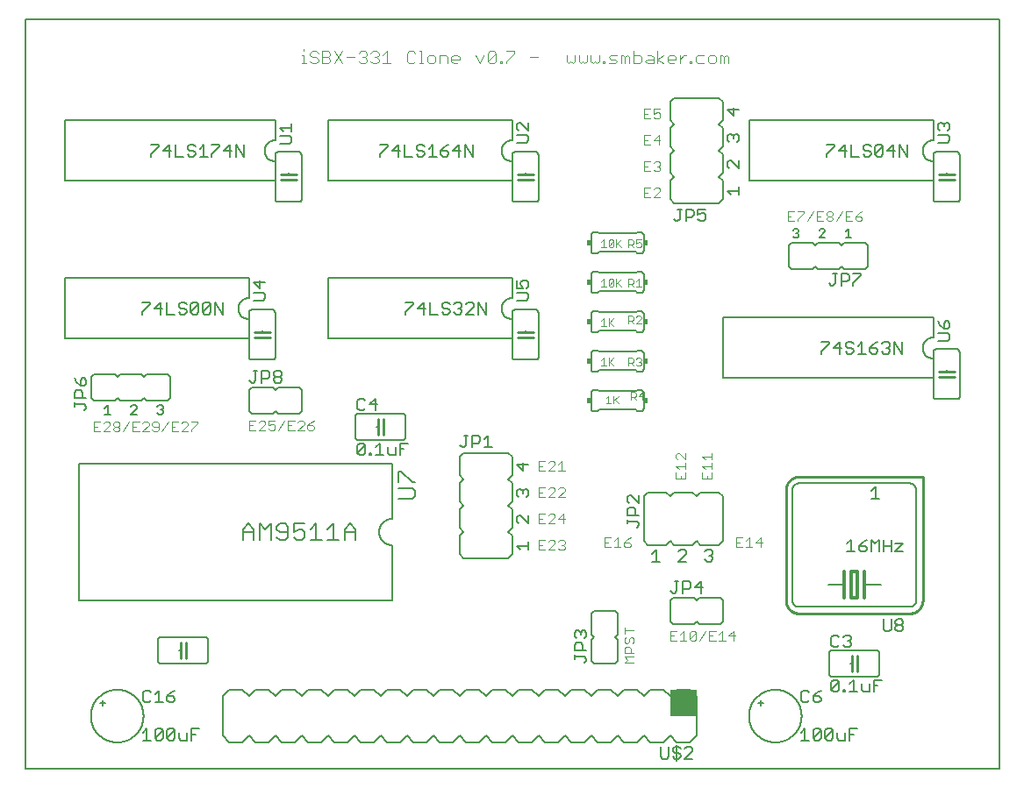
<source format=gto>
G04 EAGLE Gerber RS-274X export*
G75*
%MOMM*%
%FSLAX34Y34*%
%LPD*%
%INSilkscreen Top*%
%IPPOS*%
%AMOC8*
5,1,8,0,0,1.08239X$1,22.5*%
G01*
%ADD10C,0.101600*%
%ADD11C,0.076200*%
%ADD12C,0.152400*%
%ADD13C,0.254000*%
%ADD14C,0.127000*%
%ADD15R,2.540000X2.540000*%
%ADD16C,0.177800*%
%ADD17R,0.381000X0.508000*%
%ADD18C,0.304800*%


D10*
X267208Y689024D02*
X269157Y689024D01*
X269157Y681228D01*
X267208Y681228D02*
X271106Y681228D01*
X269157Y692922D02*
X269157Y694871D01*
X280851Y692922D02*
X282800Y690973D01*
X280851Y692922D02*
X276953Y692922D01*
X275004Y690973D01*
X275004Y689024D01*
X276953Y687075D01*
X280851Y687075D01*
X282800Y685126D01*
X282800Y683177D01*
X280851Y681228D01*
X276953Y681228D01*
X275004Y683177D01*
X286698Y681228D02*
X286698Y692922D01*
X292545Y692922D01*
X294494Y690973D01*
X294494Y689024D01*
X292545Y687075D01*
X294494Y685126D01*
X294494Y683177D01*
X292545Y681228D01*
X286698Y681228D01*
X286698Y687075D02*
X292545Y687075D01*
X298392Y692922D02*
X306188Y681228D01*
X298392Y681228D02*
X306188Y692922D01*
X310086Y687075D02*
X317882Y687075D01*
X321780Y690973D02*
X323729Y692922D01*
X327627Y692922D01*
X329576Y690973D01*
X329576Y689024D01*
X327627Y687075D01*
X325678Y687075D01*
X327627Y687075D02*
X329576Y685126D01*
X329576Y683177D01*
X327627Y681228D01*
X323729Y681228D01*
X321780Y683177D01*
X333474Y690973D02*
X335423Y692922D01*
X339321Y692922D01*
X341270Y690973D01*
X341270Y689024D01*
X339321Y687075D01*
X337372Y687075D01*
X339321Y687075D02*
X341270Y685126D01*
X341270Y683177D01*
X339321Y681228D01*
X335423Y681228D01*
X333474Y683177D01*
X345168Y689024D02*
X349066Y692922D01*
X349066Y681228D01*
X345168Y681228D02*
X352964Y681228D01*
X374403Y692922D02*
X376352Y690973D01*
X374403Y692922D02*
X370505Y692922D01*
X368556Y690973D01*
X368556Y683177D01*
X370505Y681228D01*
X374403Y681228D01*
X376352Y683177D01*
X380250Y692922D02*
X382199Y692922D01*
X382199Y681228D01*
X380250Y681228D02*
X384148Y681228D01*
X389995Y681228D02*
X393893Y681228D01*
X395842Y683177D01*
X395842Y687075D01*
X393893Y689024D01*
X389995Y689024D01*
X388046Y687075D01*
X388046Y683177D01*
X389995Y681228D01*
X399740Y681228D02*
X399740Y689024D01*
X405587Y689024D01*
X407536Y687075D01*
X407536Y681228D01*
X413383Y681228D02*
X417281Y681228D01*
X413383Y681228D02*
X411434Y683177D01*
X411434Y687075D01*
X413383Y689024D01*
X417281Y689024D01*
X419230Y687075D01*
X419230Y685126D01*
X411434Y685126D01*
X434822Y689024D02*
X438720Y681228D01*
X442618Y689024D01*
X446516Y690973D02*
X446516Y683177D01*
X446516Y690973D02*
X448464Y692922D01*
X452362Y692922D01*
X454311Y690973D01*
X454311Y683177D01*
X452362Y681228D01*
X448464Y681228D01*
X446516Y683177D01*
X454311Y690973D01*
X458209Y683177D02*
X458209Y681228D01*
X458209Y683177D02*
X460158Y683177D01*
X460158Y681228D01*
X458209Y681228D01*
X464056Y692922D02*
X471852Y692922D01*
X471852Y690973D01*
X464056Y683177D01*
X464056Y681228D01*
X487444Y687075D02*
X495240Y687075D01*
X522526Y689024D02*
X522526Y683177D01*
X524475Y681228D01*
X526424Y683177D01*
X528373Y681228D01*
X530322Y683177D01*
X530322Y689024D01*
X534220Y689024D02*
X534220Y683177D01*
X536169Y681228D01*
X538118Y683177D01*
X540067Y681228D01*
X542016Y683177D01*
X542016Y689024D01*
X545914Y689024D02*
X545914Y683177D01*
X547863Y681228D01*
X549812Y683177D01*
X551761Y681228D01*
X553710Y683177D01*
X553710Y689024D01*
X557608Y683177D02*
X557608Y681228D01*
X557608Y683177D02*
X559557Y683177D01*
X559557Y681228D01*
X557608Y681228D01*
X563455Y681228D02*
X569302Y681228D01*
X571251Y683177D01*
X569302Y685126D01*
X565404Y685126D01*
X563455Y687075D01*
X565404Y689024D01*
X571251Y689024D01*
X575149Y689024D02*
X575149Y681228D01*
X575149Y689024D02*
X577098Y689024D01*
X579047Y687075D01*
X579047Y681228D01*
X579047Y687075D02*
X580996Y689024D01*
X582945Y687075D01*
X582945Y681228D01*
X586843Y681228D02*
X586843Y692922D01*
X586843Y681228D02*
X592690Y681228D01*
X594639Y683177D01*
X594639Y687075D01*
X592690Y689024D01*
X586843Y689024D01*
X600486Y689024D02*
X604384Y689024D01*
X606333Y687075D01*
X606333Y681228D01*
X600486Y681228D01*
X598537Y683177D01*
X600486Y685126D01*
X606333Y685126D01*
X610231Y681228D02*
X610231Y692922D01*
X610231Y685126D02*
X616078Y681228D01*
X610231Y685126D02*
X616078Y689024D01*
X621925Y681228D02*
X625823Y681228D01*
X621925Y681228D02*
X619976Y683177D01*
X619976Y687075D01*
X621925Y689024D01*
X625823Y689024D01*
X627772Y687075D01*
X627772Y685126D01*
X619976Y685126D01*
X631670Y681228D02*
X631670Y689024D01*
X631670Y685126D02*
X635568Y689024D01*
X637517Y689024D01*
X641415Y683177D02*
X641415Y681228D01*
X641415Y683177D02*
X643364Y683177D01*
X643364Y681228D01*
X641415Y681228D01*
X649211Y689024D02*
X655058Y689024D01*
X649211Y689024D02*
X647262Y687075D01*
X647262Y683177D01*
X649211Y681228D01*
X655058Y681228D01*
X660905Y681228D02*
X664803Y681228D01*
X666752Y683177D01*
X666752Y687075D01*
X664803Y689024D01*
X660905Y689024D01*
X658956Y687075D01*
X658956Y683177D01*
X660905Y681228D01*
X670650Y681228D02*
X670650Y689024D01*
X672599Y689024D01*
X674548Y687075D01*
X674548Y681228D01*
X674548Y687075D02*
X676497Y689024D01*
X678446Y687075D01*
X678446Y681228D01*
D11*
X603552Y560967D02*
X597281Y560967D01*
X597281Y551561D01*
X603552Y551561D01*
X600416Y556264D02*
X597281Y556264D01*
X606636Y551561D02*
X612907Y551561D01*
X606636Y551561D02*
X612907Y557832D01*
X612907Y559399D01*
X611339Y560967D01*
X608204Y560967D01*
X606636Y559399D01*
X603552Y586367D02*
X597281Y586367D01*
X597281Y576961D01*
X603552Y576961D01*
X600416Y581664D02*
X597281Y581664D01*
X606636Y584799D02*
X608204Y586367D01*
X611339Y586367D01*
X612907Y584799D01*
X612907Y583232D01*
X611339Y581664D01*
X609772Y581664D01*
X611339Y581664D02*
X612907Y580096D01*
X612907Y578529D01*
X611339Y576961D01*
X608204Y576961D01*
X606636Y578529D01*
X603552Y611767D02*
X597281Y611767D01*
X597281Y602361D01*
X603552Y602361D01*
X600416Y607064D02*
X597281Y607064D01*
X611339Y602361D02*
X611339Y611767D01*
X606636Y607064D01*
X612907Y607064D01*
X603552Y637167D02*
X597281Y637167D01*
X597281Y627761D01*
X603552Y627761D01*
X600416Y632464D02*
X597281Y632464D01*
X606636Y637167D02*
X612907Y637167D01*
X606636Y637167D02*
X606636Y632464D01*
X609772Y634032D01*
X611339Y634032D01*
X612907Y632464D01*
X612907Y629329D01*
X611339Y627761D01*
X608204Y627761D01*
X606636Y629329D01*
X627753Y286052D02*
X627753Y279781D01*
X637159Y279781D01*
X637159Y286052D01*
X632456Y282916D02*
X632456Y279781D01*
X630888Y289136D02*
X627753Y292272D01*
X637159Y292272D01*
X637159Y295407D02*
X637159Y289136D01*
X637159Y298491D02*
X637159Y304762D01*
X637159Y298491D02*
X630888Y304762D01*
X629321Y304762D01*
X627753Y303194D01*
X627753Y300059D01*
X629321Y298491D01*
X653153Y286052D02*
X653153Y279781D01*
X662559Y279781D01*
X662559Y286052D01*
X657856Y282916D02*
X657856Y279781D01*
X656288Y289136D02*
X653153Y292272D01*
X662559Y292272D01*
X662559Y295407D02*
X662559Y289136D01*
X656288Y298491D02*
X653153Y301627D01*
X662559Y301627D01*
X662559Y304762D02*
X662559Y298491D01*
X686181Y223147D02*
X692452Y223147D01*
X686181Y223147D02*
X686181Y213741D01*
X692452Y213741D01*
X689316Y218444D02*
X686181Y218444D01*
X695536Y220012D02*
X698672Y223147D01*
X698672Y213741D01*
X701807Y213741D02*
X695536Y213741D01*
X709594Y213741D02*
X709594Y223147D01*
X704891Y218444D01*
X711162Y218444D01*
X565452Y223147D02*
X559181Y223147D01*
X559181Y213741D01*
X565452Y213741D01*
X562316Y218444D02*
X559181Y218444D01*
X568536Y220012D02*
X571672Y223147D01*
X571672Y213741D01*
X574807Y213741D02*
X568536Y213741D01*
X581027Y221579D02*
X584162Y223147D01*
X581027Y221579D02*
X577891Y218444D01*
X577891Y215309D01*
X579459Y213741D01*
X582594Y213741D01*
X584162Y215309D01*
X584162Y216876D01*
X582594Y218444D01*
X577891Y218444D01*
X501952Y220607D02*
X495681Y220607D01*
X495681Y211201D01*
X501952Y211201D01*
X498816Y215904D02*
X495681Y215904D01*
X505036Y211201D02*
X511307Y211201D01*
X505036Y211201D02*
X511307Y217472D01*
X511307Y219039D01*
X509739Y220607D01*
X506604Y220607D01*
X505036Y219039D01*
X514391Y219039D02*
X515959Y220607D01*
X519094Y220607D01*
X520662Y219039D01*
X520662Y217472D01*
X519094Y215904D01*
X517527Y215904D01*
X519094Y215904D02*
X520662Y214336D01*
X520662Y212769D01*
X519094Y211201D01*
X515959Y211201D01*
X514391Y212769D01*
X501952Y246007D02*
X495681Y246007D01*
X495681Y236601D01*
X501952Y236601D01*
X498816Y241304D02*
X495681Y241304D01*
X505036Y236601D02*
X511307Y236601D01*
X505036Y236601D02*
X511307Y242872D01*
X511307Y244439D01*
X509739Y246007D01*
X506604Y246007D01*
X505036Y244439D01*
X519094Y246007D02*
X519094Y236601D01*
X514391Y241304D02*
X519094Y246007D01*
X520662Y241304D02*
X514391Y241304D01*
X501952Y271407D02*
X495681Y271407D01*
X495681Y262001D01*
X501952Y262001D01*
X498816Y266704D02*
X495681Y266704D01*
X505036Y262001D02*
X511307Y262001D01*
X505036Y262001D02*
X511307Y268272D01*
X511307Y269839D01*
X509739Y271407D01*
X506604Y271407D01*
X505036Y269839D01*
X514391Y262001D02*
X520662Y262001D01*
X514391Y262001D02*
X520662Y268272D01*
X520662Y269839D01*
X519094Y271407D01*
X515959Y271407D01*
X514391Y269839D01*
X501952Y296807D02*
X495681Y296807D01*
X495681Y287401D01*
X501952Y287401D01*
X498816Y292104D02*
X495681Y292104D01*
X505036Y287401D02*
X511307Y287401D01*
X505036Y287401D02*
X511307Y293672D01*
X511307Y295239D01*
X509739Y296807D01*
X506604Y296807D01*
X505036Y295239D01*
X514391Y293672D02*
X517527Y296807D01*
X517527Y287401D01*
X520662Y287401D02*
X514391Y287401D01*
D12*
X215900Y397510D02*
X215900Y440690D01*
X241300Y440690D02*
X241300Y397510D01*
X238760Y443230D02*
X218440Y443230D01*
X218440Y394970D02*
X238760Y394970D01*
X215900Y440690D02*
X215902Y440790D01*
X215908Y440889D01*
X215918Y440989D01*
X215931Y441087D01*
X215949Y441186D01*
X215970Y441283D01*
X215995Y441379D01*
X216024Y441475D01*
X216057Y441569D01*
X216093Y441662D01*
X216133Y441753D01*
X216177Y441843D01*
X216224Y441931D01*
X216274Y442017D01*
X216328Y442101D01*
X216385Y442183D01*
X216445Y442262D01*
X216509Y442340D01*
X216575Y442414D01*
X216644Y442486D01*
X216716Y442555D01*
X216790Y442621D01*
X216868Y442685D01*
X216947Y442745D01*
X217029Y442802D01*
X217113Y442856D01*
X217199Y442906D01*
X217287Y442953D01*
X217377Y442997D01*
X217468Y443037D01*
X217561Y443073D01*
X217655Y443106D01*
X217751Y443135D01*
X217847Y443160D01*
X217944Y443181D01*
X218043Y443199D01*
X218141Y443212D01*
X218241Y443222D01*
X218340Y443228D01*
X218440Y443230D01*
X215900Y397510D02*
X215902Y397410D01*
X215908Y397311D01*
X215918Y397211D01*
X215931Y397113D01*
X215949Y397014D01*
X215970Y396917D01*
X215995Y396821D01*
X216024Y396725D01*
X216057Y396631D01*
X216093Y396538D01*
X216133Y396447D01*
X216177Y396357D01*
X216224Y396269D01*
X216274Y396183D01*
X216328Y396099D01*
X216385Y396017D01*
X216445Y395938D01*
X216509Y395860D01*
X216575Y395786D01*
X216644Y395714D01*
X216716Y395645D01*
X216790Y395579D01*
X216868Y395515D01*
X216947Y395455D01*
X217029Y395398D01*
X217113Y395344D01*
X217199Y395294D01*
X217287Y395247D01*
X217377Y395203D01*
X217468Y395163D01*
X217561Y395127D01*
X217655Y395094D01*
X217751Y395065D01*
X217847Y395040D01*
X217944Y395019D01*
X218043Y395001D01*
X218141Y394988D01*
X218241Y394978D01*
X218340Y394972D01*
X218440Y394970D01*
X241300Y440690D02*
X241298Y440790D01*
X241292Y440889D01*
X241282Y440989D01*
X241269Y441087D01*
X241251Y441186D01*
X241230Y441283D01*
X241205Y441379D01*
X241176Y441475D01*
X241143Y441569D01*
X241107Y441662D01*
X241067Y441753D01*
X241023Y441843D01*
X240976Y441931D01*
X240926Y442017D01*
X240872Y442101D01*
X240815Y442183D01*
X240755Y442262D01*
X240691Y442340D01*
X240625Y442414D01*
X240556Y442486D01*
X240484Y442555D01*
X240410Y442621D01*
X240332Y442685D01*
X240253Y442745D01*
X240171Y442802D01*
X240087Y442856D01*
X240001Y442906D01*
X239913Y442953D01*
X239823Y442997D01*
X239732Y443037D01*
X239639Y443073D01*
X239545Y443106D01*
X239449Y443135D01*
X239353Y443160D01*
X239256Y443181D01*
X239157Y443199D01*
X239059Y443212D01*
X238959Y443222D01*
X238860Y443228D01*
X238760Y443230D01*
X241300Y397510D02*
X241298Y397410D01*
X241292Y397311D01*
X241282Y397211D01*
X241269Y397113D01*
X241251Y397014D01*
X241230Y396917D01*
X241205Y396821D01*
X241176Y396725D01*
X241143Y396631D01*
X241107Y396538D01*
X241067Y396447D01*
X241023Y396357D01*
X240976Y396269D01*
X240926Y396183D01*
X240872Y396099D01*
X240815Y396017D01*
X240755Y395938D01*
X240691Y395860D01*
X240625Y395786D01*
X240556Y395714D01*
X240484Y395645D01*
X240410Y395579D01*
X240332Y395515D01*
X240253Y395455D01*
X240171Y395398D01*
X240087Y395344D01*
X240001Y395294D01*
X239913Y395247D01*
X239823Y395203D01*
X239732Y395163D01*
X239639Y395127D01*
X239545Y395094D01*
X239449Y395065D01*
X239353Y395040D01*
X239256Y395019D01*
X239157Y395001D01*
X239059Y394988D01*
X238959Y394978D01*
X238860Y394972D01*
X238760Y394970D01*
X228600Y421640D02*
X228600Y422910D01*
D13*
X228600Y421640D02*
X220980Y421640D01*
X228600Y421640D02*
X236220Y421640D01*
X228600Y416560D02*
X220980Y416560D01*
X228600Y416560D02*
X236220Y416560D01*
D12*
X228600Y416560D02*
X228600Y415290D01*
X469900Y397510D02*
X469900Y440690D01*
X495300Y440690D02*
X495300Y397510D01*
X492760Y443230D02*
X472440Y443230D01*
X472440Y394970D02*
X492760Y394970D01*
X469900Y440690D02*
X469902Y440790D01*
X469908Y440889D01*
X469918Y440989D01*
X469931Y441087D01*
X469949Y441186D01*
X469970Y441283D01*
X469995Y441379D01*
X470024Y441475D01*
X470057Y441569D01*
X470093Y441662D01*
X470133Y441753D01*
X470177Y441843D01*
X470224Y441931D01*
X470274Y442017D01*
X470328Y442101D01*
X470385Y442183D01*
X470445Y442262D01*
X470509Y442340D01*
X470575Y442414D01*
X470644Y442486D01*
X470716Y442555D01*
X470790Y442621D01*
X470868Y442685D01*
X470947Y442745D01*
X471029Y442802D01*
X471113Y442856D01*
X471199Y442906D01*
X471287Y442953D01*
X471377Y442997D01*
X471468Y443037D01*
X471561Y443073D01*
X471655Y443106D01*
X471751Y443135D01*
X471847Y443160D01*
X471944Y443181D01*
X472043Y443199D01*
X472141Y443212D01*
X472241Y443222D01*
X472340Y443228D01*
X472440Y443230D01*
X469900Y397510D02*
X469902Y397410D01*
X469908Y397311D01*
X469918Y397211D01*
X469931Y397113D01*
X469949Y397014D01*
X469970Y396917D01*
X469995Y396821D01*
X470024Y396725D01*
X470057Y396631D01*
X470093Y396538D01*
X470133Y396447D01*
X470177Y396357D01*
X470224Y396269D01*
X470274Y396183D01*
X470328Y396099D01*
X470385Y396017D01*
X470445Y395938D01*
X470509Y395860D01*
X470575Y395786D01*
X470644Y395714D01*
X470716Y395645D01*
X470790Y395579D01*
X470868Y395515D01*
X470947Y395455D01*
X471029Y395398D01*
X471113Y395344D01*
X471199Y395294D01*
X471287Y395247D01*
X471377Y395203D01*
X471468Y395163D01*
X471561Y395127D01*
X471655Y395094D01*
X471751Y395065D01*
X471847Y395040D01*
X471944Y395019D01*
X472043Y395001D01*
X472141Y394988D01*
X472241Y394978D01*
X472340Y394972D01*
X472440Y394970D01*
X495300Y440690D02*
X495298Y440790D01*
X495292Y440889D01*
X495282Y440989D01*
X495269Y441087D01*
X495251Y441186D01*
X495230Y441283D01*
X495205Y441379D01*
X495176Y441475D01*
X495143Y441569D01*
X495107Y441662D01*
X495067Y441753D01*
X495023Y441843D01*
X494976Y441931D01*
X494926Y442017D01*
X494872Y442101D01*
X494815Y442183D01*
X494755Y442262D01*
X494691Y442340D01*
X494625Y442414D01*
X494556Y442486D01*
X494484Y442555D01*
X494410Y442621D01*
X494332Y442685D01*
X494253Y442745D01*
X494171Y442802D01*
X494087Y442856D01*
X494001Y442906D01*
X493913Y442953D01*
X493823Y442997D01*
X493732Y443037D01*
X493639Y443073D01*
X493545Y443106D01*
X493449Y443135D01*
X493353Y443160D01*
X493256Y443181D01*
X493157Y443199D01*
X493059Y443212D01*
X492959Y443222D01*
X492860Y443228D01*
X492760Y443230D01*
X495300Y397510D02*
X495298Y397410D01*
X495292Y397311D01*
X495282Y397211D01*
X495269Y397113D01*
X495251Y397014D01*
X495230Y396917D01*
X495205Y396821D01*
X495176Y396725D01*
X495143Y396631D01*
X495107Y396538D01*
X495067Y396447D01*
X495023Y396357D01*
X494976Y396269D01*
X494926Y396183D01*
X494872Y396099D01*
X494815Y396017D01*
X494755Y395938D01*
X494691Y395860D01*
X494625Y395786D01*
X494556Y395714D01*
X494484Y395645D01*
X494410Y395579D01*
X494332Y395515D01*
X494253Y395455D01*
X494171Y395398D01*
X494087Y395344D01*
X494001Y395294D01*
X493913Y395247D01*
X493823Y395203D01*
X493732Y395163D01*
X493639Y395127D01*
X493545Y395094D01*
X493449Y395065D01*
X493353Y395040D01*
X493256Y395019D01*
X493157Y395001D01*
X493059Y394988D01*
X492959Y394978D01*
X492860Y394972D01*
X492760Y394970D01*
X482600Y421640D02*
X482600Y422910D01*
D13*
X482600Y421640D02*
X474980Y421640D01*
X482600Y421640D02*
X490220Y421640D01*
X482600Y416560D02*
X474980Y416560D01*
X482600Y416560D02*
X490220Y416560D01*
D12*
X482600Y416560D02*
X482600Y415290D01*
X469900Y549910D02*
X469900Y593090D01*
X495300Y593090D02*
X495300Y549910D01*
X492760Y595630D02*
X472440Y595630D01*
X472440Y547370D02*
X492760Y547370D01*
X469900Y593090D02*
X469902Y593190D01*
X469908Y593289D01*
X469918Y593389D01*
X469931Y593487D01*
X469949Y593586D01*
X469970Y593683D01*
X469995Y593779D01*
X470024Y593875D01*
X470057Y593969D01*
X470093Y594062D01*
X470133Y594153D01*
X470177Y594243D01*
X470224Y594331D01*
X470274Y594417D01*
X470328Y594501D01*
X470385Y594583D01*
X470445Y594662D01*
X470509Y594740D01*
X470575Y594814D01*
X470644Y594886D01*
X470716Y594955D01*
X470790Y595021D01*
X470868Y595085D01*
X470947Y595145D01*
X471029Y595202D01*
X471113Y595256D01*
X471199Y595306D01*
X471287Y595353D01*
X471377Y595397D01*
X471468Y595437D01*
X471561Y595473D01*
X471655Y595506D01*
X471751Y595535D01*
X471847Y595560D01*
X471944Y595581D01*
X472043Y595599D01*
X472141Y595612D01*
X472241Y595622D01*
X472340Y595628D01*
X472440Y595630D01*
X469900Y549910D02*
X469902Y549810D01*
X469908Y549711D01*
X469918Y549611D01*
X469931Y549513D01*
X469949Y549414D01*
X469970Y549317D01*
X469995Y549221D01*
X470024Y549125D01*
X470057Y549031D01*
X470093Y548938D01*
X470133Y548847D01*
X470177Y548757D01*
X470224Y548669D01*
X470274Y548583D01*
X470328Y548499D01*
X470385Y548417D01*
X470445Y548338D01*
X470509Y548260D01*
X470575Y548186D01*
X470644Y548114D01*
X470716Y548045D01*
X470790Y547979D01*
X470868Y547915D01*
X470947Y547855D01*
X471029Y547798D01*
X471113Y547744D01*
X471199Y547694D01*
X471287Y547647D01*
X471377Y547603D01*
X471468Y547563D01*
X471561Y547527D01*
X471655Y547494D01*
X471751Y547465D01*
X471847Y547440D01*
X471944Y547419D01*
X472043Y547401D01*
X472141Y547388D01*
X472241Y547378D01*
X472340Y547372D01*
X472440Y547370D01*
X495300Y593090D02*
X495298Y593190D01*
X495292Y593289D01*
X495282Y593389D01*
X495269Y593487D01*
X495251Y593586D01*
X495230Y593683D01*
X495205Y593779D01*
X495176Y593875D01*
X495143Y593969D01*
X495107Y594062D01*
X495067Y594153D01*
X495023Y594243D01*
X494976Y594331D01*
X494926Y594417D01*
X494872Y594501D01*
X494815Y594583D01*
X494755Y594662D01*
X494691Y594740D01*
X494625Y594814D01*
X494556Y594886D01*
X494484Y594955D01*
X494410Y595021D01*
X494332Y595085D01*
X494253Y595145D01*
X494171Y595202D01*
X494087Y595256D01*
X494001Y595306D01*
X493913Y595353D01*
X493823Y595397D01*
X493732Y595437D01*
X493639Y595473D01*
X493545Y595506D01*
X493449Y595535D01*
X493353Y595560D01*
X493256Y595581D01*
X493157Y595599D01*
X493059Y595612D01*
X492959Y595622D01*
X492860Y595628D01*
X492760Y595630D01*
X495300Y549910D02*
X495298Y549810D01*
X495292Y549711D01*
X495282Y549611D01*
X495269Y549513D01*
X495251Y549414D01*
X495230Y549317D01*
X495205Y549221D01*
X495176Y549125D01*
X495143Y549031D01*
X495107Y548938D01*
X495067Y548847D01*
X495023Y548757D01*
X494976Y548669D01*
X494926Y548583D01*
X494872Y548499D01*
X494815Y548417D01*
X494755Y548338D01*
X494691Y548260D01*
X494625Y548186D01*
X494556Y548114D01*
X494484Y548045D01*
X494410Y547979D01*
X494332Y547915D01*
X494253Y547855D01*
X494171Y547798D01*
X494087Y547744D01*
X494001Y547694D01*
X493913Y547647D01*
X493823Y547603D01*
X493732Y547563D01*
X493639Y547527D01*
X493545Y547494D01*
X493449Y547465D01*
X493353Y547440D01*
X493256Y547419D01*
X493157Y547401D01*
X493059Y547388D01*
X492959Y547378D01*
X492860Y547372D01*
X492760Y547370D01*
X482600Y574040D02*
X482600Y575310D01*
D13*
X482600Y574040D02*
X474980Y574040D01*
X482600Y574040D02*
X490220Y574040D01*
X482600Y568960D02*
X474980Y568960D01*
X482600Y568960D02*
X490220Y568960D01*
D12*
X482600Y568960D02*
X482600Y567690D01*
X876300Y549910D02*
X876300Y593090D01*
X901700Y593090D02*
X901700Y549910D01*
X899160Y595630D02*
X878840Y595630D01*
X878840Y547370D02*
X899160Y547370D01*
X876300Y593090D02*
X876302Y593190D01*
X876308Y593289D01*
X876318Y593389D01*
X876331Y593487D01*
X876349Y593586D01*
X876370Y593683D01*
X876395Y593779D01*
X876424Y593875D01*
X876457Y593969D01*
X876493Y594062D01*
X876533Y594153D01*
X876577Y594243D01*
X876624Y594331D01*
X876674Y594417D01*
X876728Y594501D01*
X876785Y594583D01*
X876845Y594662D01*
X876909Y594740D01*
X876975Y594814D01*
X877044Y594886D01*
X877116Y594955D01*
X877190Y595021D01*
X877268Y595085D01*
X877347Y595145D01*
X877429Y595202D01*
X877513Y595256D01*
X877599Y595306D01*
X877687Y595353D01*
X877777Y595397D01*
X877868Y595437D01*
X877961Y595473D01*
X878055Y595506D01*
X878151Y595535D01*
X878247Y595560D01*
X878344Y595581D01*
X878443Y595599D01*
X878541Y595612D01*
X878641Y595622D01*
X878740Y595628D01*
X878840Y595630D01*
X876300Y549910D02*
X876302Y549810D01*
X876308Y549711D01*
X876318Y549611D01*
X876331Y549513D01*
X876349Y549414D01*
X876370Y549317D01*
X876395Y549221D01*
X876424Y549125D01*
X876457Y549031D01*
X876493Y548938D01*
X876533Y548847D01*
X876577Y548757D01*
X876624Y548669D01*
X876674Y548583D01*
X876728Y548499D01*
X876785Y548417D01*
X876845Y548338D01*
X876909Y548260D01*
X876975Y548186D01*
X877044Y548114D01*
X877116Y548045D01*
X877190Y547979D01*
X877268Y547915D01*
X877347Y547855D01*
X877429Y547798D01*
X877513Y547744D01*
X877599Y547694D01*
X877687Y547647D01*
X877777Y547603D01*
X877868Y547563D01*
X877961Y547527D01*
X878055Y547494D01*
X878151Y547465D01*
X878247Y547440D01*
X878344Y547419D01*
X878443Y547401D01*
X878541Y547388D01*
X878641Y547378D01*
X878740Y547372D01*
X878840Y547370D01*
X901700Y593090D02*
X901698Y593190D01*
X901692Y593289D01*
X901682Y593389D01*
X901669Y593487D01*
X901651Y593586D01*
X901630Y593683D01*
X901605Y593779D01*
X901576Y593875D01*
X901543Y593969D01*
X901507Y594062D01*
X901467Y594153D01*
X901423Y594243D01*
X901376Y594331D01*
X901326Y594417D01*
X901272Y594501D01*
X901215Y594583D01*
X901155Y594662D01*
X901091Y594740D01*
X901025Y594814D01*
X900956Y594886D01*
X900884Y594955D01*
X900810Y595021D01*
X900732Y595085D01*
X900653Y595145D01*
X900571Y595202D01*
X900487Y595256D01*
X900401Y595306D01*
X900313Y595353D01*
X900223Y595397D01*
X900132Y595437D01*
X900039Y595473D01*
X899945Y595506D01*
X899849Y595535D01*
X899753Y595560D01*
X899656Y595581D01*
X899557Y595599D01*
X899459Y595612D01*
X899359Y595622D01*
X899260Y595628D01*
X899160Y595630D01*
X901700Y549910D02*
X901698Y549810D01*
X901692Y549711D01*
X901682Y549611D01*
X901669Y549513D01*
X901651Y549414D01*
X901630Y549317D01*
X901605Y549221D01*
X901576Y549125D01*
X901543Y549031D01*
X901507Y548938D01*
X901467Y548847D01*
X901423Y548757D01*
X901376Y548669D01*
X901326Y548583D01*
X901272Y548499D01*
X901215Y548417D01*
X901155Y548338D01*
X901091Y548260D01*
X901025Y548186D01*
X900956Y548114D01*
X900884Y548045D01*
X900810Y547979D01*
X900732Y547915D01*
X900653Y547855D01*
X900571Y547798D01*
X900487Y547744D01*
X900401Y547694D01*
X900313Y547647D01*
X900223Y547603D01*
X900132Y547563D01*
X900039Y547527D01*
X899945Y547494D01*
X899849Y547465D01*
X899753Y547440D01*
X899656Y547419D01*
X899557Y547401D01*
X899459Y547388D01*
X899359Y547378D01*
X899260Y547372D01*
X899160Y547370D01*
X889000Y574040D02*
X889000Y575310D01*
D13*
X889000Y574040D02*
X881380Y574040D01*
X889000Y574040D02*
X896620Y574040D01*
X889000Y568960D02*
X881380Y568960D01*
X889000Y568960D02*
X896620Y568960D01*
D12*
X889000Y568960D02*
X889000Y567690D01*
X241300Y549910D02*
X241300Y593090D01*
X266700Y593090D02*
X266700Y549910D01*
X264160Y595630D02*
X243840Y595630D01*
X243840Y547370D02*
X264160Y547370D01*
X241300Y593090D02*
X241302Y593190D01*
X241308Y593289D01*
X241318Y593389D01*
X241331Y593487D01*
X241349Y593586D01*
X241370Y593683D01*
X241395Y593779D01*
X241424Y593875D01*
X241457Y593969D01*
X241493Y594062D01*
X241533Y594153D01*
X241577Y594243D01*
X241624Y594331D01*
X241674Y594417D01*
X241728Y594501D01*
X241785Y594583D01*
X241845Y594662D01*
X241909Y594740D01*
X241975Y594814D01*
X242044Y594886D01*
X242116Y594955D01*
X242190Y595021D01*
X242268Y595085D01*
X242347Y595145D01*
X242429Y595202D01*
X242513Y595256D01*
X242599Y595306D01*
X242687Y595353D01*
X242777Y595397D01*
X242868Y595437D01*
X242961Y595473D01*
X243055Y595506D01*
X243151Y595535D01*
X243247Y595560D01*
X243344Y595581D01*
X243443Y595599D01*
X243541Y595612D01*
X243641Y595622D01*
X243740Y595628D01*
X243840Y595630D01*
X241300Y549910D02*
X241302Y549810D01*
X241308Y549711D01*
X241318Y549611D01*
X241331Y549513D01*
X241349Y549414D01*
X241370Y549317D01*
X241395Y549221D01*
X241424Y549125D01*
X241457Y549031D01*
X241493Y548938D01*
X241533Y548847D01*
X241577Y548757D01*
X241624Y548669D01*
X241674Y548583D01*
X241728Y548499D01*
X241785Y548417D01*
X241845Y548338D01*
X241909Y548260D01*
X241975Y548186D01*
X242044Y548114D01*
X242116Y548045D01*
X242190Y547979D01*
X242268Y547915D01*
X242347Y547855D01*
X242429Y547798D01*
X242513Y547744D01*
X242599Y547694D01*
X242687Y547647D01*
X242777Y547603D01*
X242868Y547563D01*
X242961Y547527D01*
X243055Y547494D01*
X243151Y547465D01*
X243247Y547440D01*
X243344Y547419D01*
X243443Y547401D01*
X243541Y547388D01*
X243641Y547378D01*
X243740Y547372D01*
X243840Y547370D01*
X266700Y593090D02*
X266698Y593190D01*
X266692Y593289D01*
X266682Y593389D01*
X266669Y593487D01*
X266651Y593586D01*
X266630Y593683D01*
X266605Y593779D01*
X266576Y593875D01*
X266543Y593969D01*
X266507Y594062D01*
X266467Y594153D01*
X266423Y594243D01*
X266376Y594331D01*
X266326Y594417D01*
X266272Y594501D01*
X266215Y594583D01*
X266155Y594662D01*
X266091Y594740D01*
X266025Y594814D01*
X265956Y594886D01*
X265884Y594955D01*
X265810Y595021D01*
X265732Y595085D01*
X265653Y595145D01*
X265571Y595202D01*
X265487Y595256D01*
X265401Y595306D01*
X265313Y595353D01*
X265223Y595397D01*
X265132Y595437D01*
X265039Y595473D01*
X264945Y595506D01*
X264849Y595535D01*
X264753Y595560D01*
X264656Y595581D01*
X264557Y595599D01*
X264459Y595612D01*
X264359Y595622D01*
X264260Y595628D01*
X264160Y595630D01*
X266700Y549910D02*
X266698Y549810D01*
X266692Y549711D01*
X266682Y549611D01*
X266669Y549513D01*
X266651Y549414D01*
X266630Y549317D01*
X266605Y549221D01*
X266576Y549125D01*
X266543Y549031D01*
X266507Y548938D01*
X266467Y548847D01*
X266423Y548757D01*
X266376Y548669D01*
X266326Y548583D01*
X266272Y548499D01*
X266215Y548417D01*
X266155Y548338D01*
X266091Y548260D01*
X266025Y548186D01*
X265956Y548114D01*
X265884Y548045D01*
X265810Y547979D01*
X265732Y547915D01*
X265653Y547855D01*
X265571Y547798D01*
X265487Y547744D01*
X265401Y547694D01*
X265313Y547647D01*
X265223Y547603D01*
X265132Y547563D01*
X265039Y547527D01*
X264945Y547494D01*
X264849Y547465D01*
X264753Y547440D01*
X264656Y547419D01*
X264557Y547401D01*
X264459Y547388D01*
X264359Y547378D01*
X264260Y547372D01*
X264160Y547370D01*
X254000Y574040D02*
X254000Y575310D01*
D13*
X254000Y574040D02*
X246380Y574040D01*
X254000Y574040D02*
X261620Y574040D01*
X254000Y568960D02*
X246380Y568960D01*
X254000Y568960D02*
X261620Y568960D01*
D12*
X254000Y568960D02*
X254000Y567690D01*
D14*
X0Y0D02*
X939800Y0D01*
X939800Y723900D01*
X0Y723900D01*
X0Y0D01*
D12*
X628650Y25400D02*
X641350Y25400D01*
X628650Y25400D02*
X622300Y31750D01*
X615950Y25400D01*
X603250Y25400D01*
X596900Y31750D01*
X641350Y25400D02*
X647700Y31750D01*
X596900Y31750D02*
X590550Y25400D01*
X577850Y25400D01*
X571500Y31750D01*
X565150Y25400D02*
X552450Y25400D01*
X546100Y31750D01*
X539750Y25400D01*
X527050Y25400D01*
X520700Y31750D01*
X565150Y25400D02*
X571500Y31750D01*
X520700Y31750D02*
X514350Y25400D01*
X501650Y25400D01*
X495300Y31750D01*
X622300Y69850D02*
X628650Y76200D01*
X603250Y76200D02*
X596900Y69850D01*
X603250Y76200D02*
X615950Y76200D01*
X622300Y69850D01*
X647700Y69850D02*
X647700Y31750D01*
X647700Y69850D02*
X641350Y76200D01*
X628650Y76200D01*
X577850Y76200D02*
X571500Y69850D01*
X577850Y76200D02*
X590550Y76200D01*
X596900Y69850D01*
X552450Y76200D02*
X546100Y69850D01*
X527050Y76200D02*
X520700Y69850D01*
X527050Y76200D02*
X539750Y76200D01*
X546100Y69850D01*
X565150Y76200D02*
X571500Y69850D01*
X565150Y76200D02*
X552450Y76200D01*
X501650Y76200D02*
X495300Y69850D01*
X501650Y76200D02*
X514350Y76200D01*
X520700Y69850D01*
X476250Y25400D02*
X469900Y31750D01*
X476250Y25400D02*
X488950Y25400D01*
X495300Y31750D01*
X495300Y69850D02*
X488950Y76200D01*
X476250Y76200D01*
X469900Y69850D01*
X463550Y25400D02*
X450850Y25400D01*
X444500Y31750D01*
X438150Y25400D01*
X425450Y25400D01*
X419100Y31750D01*
X463550Y25400D02*
X469900Y31750D01*
X419100Y31750D02*
X412750Y25400D01*
X400050Y25400D01*
X393700Y31750D01*
X387350Y25400D02*
X374650Y25400D01*
X368300Y31750D01*
X361950Y25400D01*
X349250Y25400D01*
X342900Y31750D01*
X387350Y25400D02*
X393700Y31750D01*
X342900Y31750D02*
X336550Y25400D01*
X323850Y25400D01*
X317500Y31750D01*
X444500Y69850D02*
X450850Y76200D01*
X425450Y76200D02*
X419100Y69850D01*
X425450Y76200D02*
X438150Y76200D01*
X444500Y69850D01*
X463550Y76200D02*
X469900Y69850D01*
X463550Y76200D02*
X450850Y76200D01*
X400050Y76200D02*
X393700Y69850D01*
X400050Y76200D02*
X412750Y76200D01*
X419100Y69850D01*
X374650Y76200D02*
X368300Y69850D01*
X349250Y76200D02*
X342900Y69850D01*
X349250Y76200D02*
X361950Y76200D01*
X368300Y69850D01*
X387350Y76200D02*
X393700Y69850D01*
X387350Y76200D02*
X374650Y76200D01*
X323850Y76200D02*
X317500Y69850D01*
X323850Y76200D02*
X336550Y76200D01*
X342900Y69850D01*
X298450Y25400D02*
X292100Y31750D01*
X298450Y25400D02*
X311150Y25400D01*
X317500Y31750D01*
X317500Y69850D02*
X311150Y76200D01*
X298450Y76200D01*
X292100Y69850D01*
X285750Y25400D02*
X273050Y25400D01*
X266700Y31750D01*
X260350Y25400D01*
X247650Y25400D01*
X241300Y31750D01*
X285750Y25400D02*
X292100Y31750D01*
X241300Y31750D02*
X234950Y25400D01*
X222250Y25400D01*
X215900Y31750D01*
X209550Y25400D02*
X196850Y25400D01*
X190500Y31750D01*
X209550Y25400D02*
X215900Y31750D01*
X266700Y69850D02*
X273050Y76200D01*
X247650Y76200D02*
X241300Y69850D01*
X247650Y76200D02*
X260350Y76200D01*
X266700Y69850D01*
X285750Y76200D02*
X292100Y69850D01*
X285750Y76200D02*
X273050Y76200D01*
X222250Y76200D02*
X215900Y69850D01*
X222250Y76200D02*
X234950Y76200D01*
X241300Y69850D01*
X196850Y76200D02*
X190500Y69850D01*
X209550Y76200D02*
X215900Y69850D01*
X209550Y76200D02*
X196850Y76200D01*
D15*
X635000Y63500D03*
D12*
X190500Y69850D02*
X190500Y31750D01*
D14*
X613253Y20965D02*
X613253Y11432D01*
X615160Y9525D01*
X618973Y9525D01*
X620880Y11432D01*
X620880Y20965D01*
X624947Y11432D02*
X626854Y9525D01*
X630667Y9525D01*
X632574Y11432D01*
X632574Y13338D01*
X630667Y15245D01*
X626854Y15245D01*
X624947Y17152D01*
X624947Y19058D01*
X626854Y20965D01*
X630667Y20965D01*
X632574Y19058D01*
X628760Y22871D02*
X628760Y7618D01*
X636641Y9525D02*
X644267Y9525D01*
X636641Y9525D02*
X644267Y17152D01*
X644267Y19058D01*
X642361Y20965D01*
X638548Y20965D01*
X636641Y19058D01*
D12*
X548640Y127000D02*
X546100Y129540D01*
X548640Y127000D02*
X546100Y124460D01*
X568960Y127000D02*
X571500Y129540D01*
X568960Y127000D02*
X571500Y124460D01*
X571500Y104140D01*
X568960Y101600D01*
X571500Y149860D02*
X568960Y152400D01*
X571500Y149860D02*
X571500Y129540D01*
X568960Y152400D02*
X548640Y152400D01*
X546100Y149860D01*
X546100Y129540D01*
X546100Y124460D02*
X546100Y104140D01*
X548640Y101600D01*
X568960Y101600D01*
D14*
X541655Y104142D02*
X539748Y102235D01*
X541655Y104142D02*
X541655Y106048D01*
X539748Y107955D01*
X530215Y107955D01*
X530215Y106048D02*
X530215Y109862D01*
X530215Y113929D02*
X541655Y113929D01*
X530215Y113929D02*
X530215Y119649D01*
X532122Y121555D01*
X535935Y121555D01*
X537842Y119649D01*
X537842Y113929D01*
X532122Y125623D02*
X530215Y127530D01*
X530215Y131343D01*
X532122Y133249D01*
X534029Y133249D01*
X535935Y131343D01*
X535935Y129436D01*
X535935Y131343D02*
X537842Y133249D01*
X539748Y133249D01*
X541655Y131343D01*
X541655Y127530D01*
X539748Y125623D01*
D10*
X578350Y102108D02*
X587502Y102108D01*
X581401Y105159D02*
X578350Y102108D01*
X581401Y105159D02*
X578350Y108209D01*
X587502Y108209D01*
X587502Y111463D02*
X578350Y111463D01*
X578350Y116039D01*
X579876Y117564D01*
X582926Y117564D01*
X584451Y116039D01*
X584451Y111463D01*
X578350Y125394D02*
X579876Y126920D01*
X578350Y125394D02*
X578350Y122344D01*
X579876Y120818D01*
X581401Y120818D01*
X582926Y122344D01*
X582926Y125394D01*
X584451Y126920D01*
X585977Y126920D01*
X587502Y125394D01*
X587502Y122344D01*
X585977Y120818D01*
X587502Y133224D02*
X578350Y133224D01*
X578350Y130174D02*
X578350Y136275D01*
D12*
X354330Y241300D02*
X354330Y294640D01*
X354330Y241300D02*
X354021Y241296D01*
X353712Y241285D01*
X353403Y241266D01*
X353095Y241240D01*
X352787Y241206D01*
X352481Y241165D01*
X352175Y241116D01*
X351871Y241060D01*
X351569Y240996D01*
X351268Y240925D01*
X350968Y240847D01*
X350671Y240762D01*
X350376Y240669D01*
X350083Y240569D01*
X349793Y240462D01*
X349506Y240348D01*
X349221Y240227D01*
X348939Y240099D01*
X348661Y239965D01*
X348386Y239823D01*
X348114Y239675D01*
X347847Y239520D01*
X347583Y239359D01*
X347323Y239192D01*
X347067Y239018D01*
X346815Y238838D01*
X346568Y238652D01*
X346326Y238460D01*
X346088Y238262D01*
X345855Y238059D01*
X345627Y237849D01*
X345405Y237635D01*
X345187Y237415D01*
X344975Y237189D01*
X344769Y236959D01*
X344568Y236724D01*
X344373Y236484D01*
X344184Y236239D01*
X344001Y235990D01*
X343824Y235736D01*
X343654Y235478D01*
X343489Y235216D01*
X343331Y234950D01*
X343180Y234680D01*
X343035Y234407D01*
X342897Y234130D01*
X342766Y233850D01*
X342642Y233567D01*
X342524Y233281D01*
X342414Y232992D01*
X342310Y232701D01*
X342214Y232407D01*
X342125Y232111D01*
X342043Y231812D01*
X341968Y231512D01*
X341901Y231210D01*
X341841Y230907D01*
X341789Y230602D01*
X341744Y230296D01*
X341706Y229989D01*
X341676Y229681D01*
X341654Y229373D01*
X341638Y229064D01*
X341631Y228755D01*
X341631Y228445D01*
X341638Y228136D01*
X341654Y227827D01*
X341676Y227519D01*
X341706Y227211D01*
X341744Y226904D01*
X341789Y226598D01*
X341841Y226293D01*
X341901Y225990D01*
X341968Y225688D01*
X342043Y225388D01*
X342125Y225089D01*
X342214Y224793D01*
X342310Y224499D01*
X342414Y224208D01*
X342524Y223919D01*
X342642Y223633D01*
X342766Y223350D01*
X342897Y223070D01*
X343035Y222793D01*
X343180Y222520D01*
X343331Y222250D01*
X343489Y221984D01*
X343654Y221722D01*
X343824Y221464D01*
X344001Y221210D01*
X344184Y220961D01*
X344373Y220716D01*
X344568Y220476D01*
X344769Y220241D01*
X344975Y220011D01*
X345187Y219785D01*
X345405Y219565D01*
X345627Y219351D01*
X345855Y219141D01*
X346088Y218938D01*
X346326Y218740D01*
X346568Y218548D01*
X346815Y218362D01*
X347067Y218182D01*
X347323Y218008D01*
X347583Y217841D01*
X347847Y217680D01*
X348114Y217525D01*
X348386Y217377D01*
X348661Y217235D01*
X348939Y217101D01*
X349221Y216973D01*
X349506Y216852D01*
X349793Y216738D01*
X350083Y216631D01*
X350376Y216531D01*
X350671Y216438D01*
X350968Y216353D01*
X351268Y216275D01*
X351569Y216204D01*
X351871Y216140D01*
X352175Y216084D01*
X352481Y216035D01*
X352787Y215994D01*
X353095Y215960D01*
X353403Y215934D01*
X353712Y215915D01*
X354021Y215904D01*
X354330Y215900D01*
X52070Y162560D02*
X52070Y294640D01*
X354330Y215900D02*
X354330Y162560D01*
X52070Y162560D01*
X52070Y294640D02*
X354330Y294640D01*
D16*
X360285Y260246D02*
X373632Y260246D01*
X376301Y262915D01*
X376301Y268254D01*
X373632Y270923D01*
X360285Y270923D01*
X360285Y276617D02*
X360285Y287295D01*
X362955Y287295D01*
X373632Y276617D01*
X376301Y276617D01*
X210138Y231276D02*
X210138Y220599D01*
X210138Y231276D02*
X215476Y236615D01*
X220815Y231276D01*
X220815Y220599D01*
X220815Y228607D02*
X210138Y228607D01*
X226509Y220599D02*
X226509Y236615D01*
X231848Y231276D01*
X237187Y236615D01*
X237187Y220599D01*
X242881Y223268D02*
X245550Y220599D01*
X250889Y220599D01*
X253558Y223268D01*
X253558Y233945D01*
X250889Y236615D01*
X245550Y236615D01*
X242881Y233945D01*
X242881Y231276D01*
X245550Y228607D01*
X253558Y228607D01*
X259253Y236615D02*
X269930Y236615D01*
X259253Y236615D02*
X259253Y228607D01*
X264591Y231276D01*
X267260Y231276D01*
X269930Y228607D01*
X269930Y223268D01*
X267260Y220599D01*
X261922Y220599D01*
X259253Y223268D01*
X275624Y231276D02*
X280963Y236615D01*
X280963Y220599D01*
X286301Y220599D02*
X275624Y220599D01*
X291996Y231276D02*
X297334Y236615D01*
X297334Y220599D01*
X291996Y220599D02*
X302673Y220599D01*
X308367Y220599D02*
X308367Y231276D01*
X313706Y236615D01*
X319044Y231276D01*
X319044Y220599D01*
X319044Y228607D02*
X308367Y228607D01*
D12*
X422910Y203200D02*
X466090Y203200D01*
X422910Y228600D02*
X419100Y224790D01*
X422910Y228600D02*
X419100Y232410D01*
X419100Y250190D01*
X422910Y254000D01*
X419100Y257810D01*
X419100Y275590D01*
X422910Y279400D01*
X466090Y279400D02*
X469900Y275590D01*
X469900Y257810D01*
X466090Y254000D01*
X469900Y250190D01*
X469900Y232410D01*
X466090Y228600D01*
X469900Y224790D01*
X466090Y304800D02*
X422910Y304800D01*
X419100Y283210D02*
X422910Y279400D01*
X419100Y283210D02*
X419100Y300990D01*
X422910Y304800D01*
X466090Y279400D02*
X469900Y283210D01*
X469900Y300990D01*
X466090Y304800D01*
X419100Y207010D02*
X422910Y203200D01*
X419100Y207010D02*
X419100Y224790D01*
X466090Y203200D02*
X469900Y207010D01*
X469900Y224790D01*
D14*
X474335Y215268D02*
X478149Y211455D01*
X474335Y215268D02*
X485775Y215268D01*
X485775Y211455D02*
X485775Y219082D01*
X485775Y236855D02*
X485775Y244482D01*
X478149Y244482D02*
X485775Y236855D01*
X478149Y244482D02*
X476242Y244482D01*
X474335Y242575D01*
X474335Y238762D01*
X476242Y236855D01*
X476242Y262255D02*
X474335Y264162D01*
X474335Y267975D01*
X476242Y269882D01*
X478149Y269882D01*
X480055Y267975D01*
X480055Y266068D01*
X480055Y267975D02*
X481962Y269882D01*
X483868Y269882D01*
X485775Y267975D01*
X485775Y264162D01*
X483868Y262255D01*
X485775Y293375D02*
X474335Y293375D01*
X480055Y287655D01*
X480055Y295282D01*
X421642Y310515D02*
X419735Y312422D01*
X421642Y310515D02*
X423548Y310515D01*
X425455Y312422D01*
X425455Y321955D01*
X423548Y321955D02*
X427362Y321955D01*
X431429Y321955D02*
X431429Y310515D01*
X431429Y321955D02*
X437149Y321955D01*
X439055Y320048D01*
X439055Y316235D01*
X437149Y314328D01*
X431429Y314328D01*
X443123Y318142D02*
X446936Y321955D01*
X446936Y310515D01*
X443123Y310515D02*
X450749Y310515D01*
D12*
X546100Y477520D02*
X546102Y477620D01*
X546108Y477719D01*
X546118Y477819D01*
X546131Y477917D01*
X546149Y478016D01*
X546170Y478113D01*
X546195Y478209D01*
X546224Y478305D01*
X546257Y478399D01*
X546293Y478492D01*
X546333Y478583D01*
X546377Y478673D01*
X546424Y478761D01*
X546474Y478847D01*
X546528Y478931D01*
X546585Y479013D01*
X546645Y479092D01*
X546709Y479170D01*
X546775Y479244D01*
X546844Y479316D01*
X546916Y479385D01*
X546990Y479451D01*
X547068Y479515D01*
X547147Y479575D01*
X547229Y479632D01*
X547313Y479686D01*
X547399Y479736D01*
X547487Y479783D01*
X547577Y479827D01*
X547668Y479867D01*
X547761Y479903D01*
X547855Y479936D01*
X547951Y479965D01*
X548047Y479990D01*
X548144Y480011D01*
X548243Y480029D01*
X548341Y480042D01*
X548441Y480052D01*
X548540Y480058D01*
X548640Y480060D01*
X546100Y462280D02*
X546102Y462180D01*
X546108Y462081D01*
X546118Y461981D01*
X546131Y461883D01*
X546149Y461784D01*
X546170Y461687D01*
X546195Y461591D01*
X546224Y461495D01*
X546257Y461401D01*
X546293Y461308D01*
X546333Y461217D01*
X546377Y461127D01*
X546424Y461039D01*
X546474Y460953D01*
X546528Y460869D01*
X546585Y460787D01*
X546645Y460708D01*
X546709Y460630D01*
X546775Y460556D01*
X546844Y460484D01*
X546916Y460415D01*
X546990Y460349D01*
X547068Y460285D01*
X547147Y460225D01*
X547229Y460168D01*
X547313Y460114D01*
X547399Y460064D01*
X547487Y460017D01*
X547577Y459973D01*
X547668Y459933D01*
X547761Y459897D01*
X547855Y459864D01*
X547951Y459835D01*
X548047Y459810D01*
X548144Y459789D01*
X548243Y459771D01*
X548341Y459758D01*
X548441Y459748D01*
X548540Y459742D01*
X548640Y459740D01*
X594360Y459740D02*
X594460Y459742D01*
X594559Y459748D01*
X594659Y459758D01*
X594757Y459771D01*
X594856Y459789D01*
X594953Y459810D01*
X595049Y459835D01*
X595145Y459864D01*
X595239Y459897D01*
X595332Y459933D01*
X595423Y459973D01*
X595513Y460017D01*
X595601Y460064D01*
X595687Y460114D01*
X595771Y460168D01*
X595853Y460225D01*
X595932Y460285D01*
X596010Y460349D01*
X596084Y460415D01*
X596156Y460484D01*
X596225Y460556D01*
X596291Y460630D01*
X596355Y460708D01*
X596415Y460787D01*
X596472Y460869D01*
X596526Y460953D01*
X596576Y461039D01*
X596623Y461127D01*
X596667Y461217D01*
X596707Y461308D01*
X596743Y461401D01*
X596776Y461495D01*
X596805Y461591D01*
X596830Y461687D01*
X596851Y461784D01*
X596869Y461883D01*
X596882Y461981D01*
X596892Y462081D01*
X596898Y462180D01*
X596900Y462280D01*
X596900Y477520D02*
X596898Y477620D01*
X596892Y477719D01*
X596882Y477819D01*
X596869Y477917D01*
X596851Y478016D01*
X596830Y478113D01*
X596805Y478209D01*
X596776Y478305D01*
X596743Y478399D01*
X596707Y478492D01*
X596667Y478583D01*
X596623Y478673D01*
X596576Y478761D01*
X596526Y478847D01*
X596472Y478931D01*
X596415Y479013D01*
X596355Y479092D01*
X596291Y479170D01*
X596225Y479244D01*
X596156Y479316D01*
X596084Y479385D01*
X596010Y479451D01*
X595932Y479515D01*
X595853Y479575D01*
X595771Y479632D01*
X595687Y479686D01*
X595601Y479736D01*
X595513Y479783D01*
X595423Y479827D01*
X595332Y479867D01*
X595239Y479903D01*
X595145Y479936D01*
X595049Y479965D01*
X594953Y479990D01*
X594856Y480011D01*
X594757Y480029D01*
X594659Y480042D01*
X594559Y480052D01*
X594460Y480058D01*
X594360Y480060D01*
X546100Y477520D02*
X546100Y462280D01*
X548640Y480060D02*
X552450Y480060D01*
X553720Y478790D01*
X552450Y459740D02*
X548640Y459740D01*
X552450Y459740D02*
X553720Y461010D01*
X589280Y478790D02*
X590550Y480060D01*
X589280Y478790D02*
X553720Y478790D01*
X589280Y461010D02*
X590550Y459740D01*
X589280Y461010D02*
X553720Y461010D01*
X590550Y480060D02*
X594360Y480060D01*
X594360Y459740D02*
X590550Y459740D01*
X596900Y462280D02*
X596900Y477520D01*
D17*
X598805Y469900D03*
X544195Y469900D03*
D11*
X582041Y472827D02*
X582041Y465455D01*
X582041Y472827D02*
X585727Y472827D01*
X586956Y471599D01*
X586956Y469141D01*
X585727Y467912D01*
X582041Y467912D01*
X584498Y467912D02*
X586956Y465455D01*
X589525Y470370D02*
X591983Y472827D01*
X591983Y465455D01*
X594440Y465455D02*
X589525Y465455D01*
X558082Y472827D02*
X555625Y470370D01*
X558082Y472827D02*
X558082Y465455D01*
X555625Y465455D02*
X560540Y465455D01*
X563109Y466684D02*
X563109Y471599D01*
X564338Y472827D01*
X566795Y472827D01*
X568024Y471599D01*
X568024Y466684D01*
X566795Y465455D01*
X564338Y465455D01*
X563109Y466684D01*
X568024Y471599D01*
X570593Y472827D02*
X570593Y465455D01*
X570593Y467912D02*
X575508Y472827D01*
X571822Y469141D02*
X575508Y465455D01*
D12*
X548640Y441960D02*
X548540Y441958D01*
X548441Y441952D01*
X548341Y441942D01*
X548243Y441929D01*
X548144Y441911D01*
X548047Y441890D01*
X547951Y441865D01*
X547855Y441836D01*
X547761Y441803D01*
X547668Y441767D01*
X547577Y441727D01*
X547487Y441683D01*
X547399Y441636D01*
X547313Y441586D01*
X547229Y441532D01*
X547147Y441475D01*
X547068Y441415D01*
X546990Y441351D01*
X546916Y441285D01*
X546844Y441216D01*
X546775Y441144D01*
X546709Y441070D01*
X546645Y440992D01*
X546585Y440913D01*
X546528Y440831D01*
X546474Y440747D01*
X546424Y440661D01*
X546377Y440573D01*
X546333Y440483D01*
X546293Y440392D01*
X546257Y440299D01*
X546224Y440205D01*
X546195Y440109D01*
X546170Y440013D01*
X546149Y439916D01*
X546131Y439817D01*
X546118Y439719D01*
X546108Y439619D01*
X546102Y439520D01*
X546100Y439420D01*
X546100Y424180D02*
X546102Y424080D01*
X546108Y423981D01*
X546118Y423881D01*
X546131Y423783D01*
X546149Y423684D01*
X546170Y423587D01*
X546195Y423491D01*
X546224Y423395D01*
X546257Y423301D01*
X546293Y423208D01*
X546333Y423117D01*
X546377Y423027D01*
X546424Y422939D01*
X546474Y422853D01*
X546528Y422769D01*
X546585Y422687D01*
X546645Y422608D01*
X546709Y422530D01*
X546775Y422456D01*
X546844Y422384D01*
X546916Y422315D01*
X546990Y422249D01*
X547068Y422185D01*
X547147Y422125D01*
X547229Y422068D01*
X547313Y422014D01*
X547399Y421964D01*
X547487Y421917D01*
X547577Y421873D01*
X547668Y421833D01*
X547761Y421797D01*
X547855Y421764D01*
X547951Y421735D01*
X548047Y421710D01*
X548144Y421689D01*
X548243Y421671D01*
X548341Y421658D01*
X548441Y421648D01*
X548540Y421642D01*
X548640Y421640D01*
X594360Y421640D02*
X594460Y421642D01*
X594559Y421648D01*
X594659Y421658D01*
X594757Y421671D01*
X594856Y421689D01*
X594953Y421710D01*
X595049Y421735D01*
X595145Y421764D01*
X595239Y421797D01*
X595332Y421833D01*
X595423Y421873D01*
X595513Y421917D01*
X595601Y421964D01*
X595687Y422014D01*
X595771Y422068D01*
X595853Y422125D01*
X595932Y422185D01*
X596010Y422249D01*
X596084Y422315D01*
X596156Y422384D01*
X596225Y422456D01*
X596291Y422530D01*
X596355Y422608D01*
X596415Y422687D01*
X596472Y422769D01*
X596526Y422853D01*
X596576Y422939D01*
X596623Y423027D01*
X596667Y423117D01*
X596707Y423208D01*
X596743Y423301D01*
X596776Y423395D01*
X596805Y423491D01*
X596830Y423587D01*
X596851Y423684D01*
X596869Y423783D01*
X596882Y423881D01*
X596892Y423981D01*
X596898Y424080D01*
X596900Y424180D01*
X596900Y439420D02*
X596898Y439520D01*
X596892Y439619D01*
X596882Y439719D01*
X596869Y439817D01*
X596851Y439916D01*
X596830Y440013D01*
X596805Y440109D01*
X596776Y440205D01*
X596743Y440299D01*
X596707Y440392D01*
X596667Y440483D01*
X596623Y440573D01*
X596576Y440661D01*
X596526Y440747D01*
X596472Y440831D01*
X596415Y440913D01*
X596355Y440992D01*
X596291Y441070D01*
X596225Y441144D01*
X596156Y441216D01*
X596084Y441285D01*
X596010Y441351D01*
X595932Y441415D01*
X595853Y441475D01*
X595771Y441532D01*
X595687Y441586D01*
X595601Y441636D01*
X595513Y441683D01*
X595423Y441727D01*
X595332Y441767D01*
X595239Y441803D01*
X595145Y441836D01*
X595049Y441865D01*
X594953Y441890D01*
X594856Y441911D01*
X594757Y441929D01*
X594659Y441942D01*
X594559Y441952D01*
X594460Y441958D01*
X594360Y441960D01*
X546100Y439420D02*
X546100Y424180D01*
X548640Y441960D02*
X552450Y441960D01*
X553720Y440690D01*
X552450Y421640D02*
X548640Y421640D01*
X552450Y421640D02*
X553720Y422910D01*
X589280Y440690D02*
X590550Y441960D01*
X589280Y440690D02*
X553720Y440690D01*
X589280Y422910D02*
X590550Y421640D01*
X589280Y422910D02*
X553720Y422910D01*
X590550Y441960D02*
X594360Y441960D01*
X594360Y421640D02*
X590550Y421640D01*
X596900Y424180D02*
X596900Y439420D01*
D17*
X598805Y431800D03*
X544195Y431800D03*
D11*
X582041Y429895D02*
X582041Y437267D01*
X585727Y437267D01*
X586956Y436039D01*
X586956Y433581D01*
X585727Y432352D01*
X582041Y432352D01*
X584498Y432352D02*
X586956Y429895D01*
X589525Y429895D02*
X594440Y429895D01*
X589525Y429895D02*
X594440Y434810D01*
X594440Y436039D01*
X593211Y437267D01*
X590754Y437267D01*
X589525Y436039D01*
X558082Y434727D02*
X555625Y432270D01*
X558082Y434727D02*
X558082Y427355D01*
X555625Y427355D02*
X560540Y427355D01*
X563109Y427355D02*
X563109Y434727D01*
X563109Y429812D02*
X568024Y434727D01*
X564338Y431041D02*
X568024Y427355D01*
D12*
X469900Y415290D02*
X292100Y415290D01*
X292100Y473710D02*
X469900Y473710D01*
X292100Y473710D02*
X292100Y415290D01*
X469900Y415290D02*
X469900Y434340D01*
X469900Y454660D02*
X469900Y473710D01*
X469900Y454660D02*
X469653Y454657D01*
X469405Y454648D01*
X469158Y454633D01*
X468912Y454612D01*
X468666Y454585D01*
X468421Y454552D01*
X468176Y454513D01*
X467933Y454468D01*
X467691Y454417D01*
X467450Y454360D01*
X467211Y454298D01*
X466973Y454229D01*
X466737Y454155D01*
X466503Y454075D01*
X466271Y453990D01*
X466041Y453898D01*
X465813Y453802D01*
X465588Y453699D01*
X465365Y453592D01*
X465145Y453478D01*
X464928Y453360D01*
X464713Y453236D01*
X464502Y453107D01*
X464294Y452973D01*
X464089Y452834D01*
X463888Y452690D01*
X463690Y452542D01*
X463496Y452388D01*
X463306Y452230D01*
X463120Y452067D01*
X462938Y451900D01*
X462760Y451728D01*
X462586Y451552D01*
X462416Y451372D01*
X462251Y451187D01*
X462091Y450999D01*
X461935Y450807D01*
X461783Y450611D01*
X461637Y450412D01*
X461495Y450209D01*
X461359Y450002D01*
X461227Y449793D01*
X461101Y449580D01*
X460980Y449364D01*
X460864Y449146D01*
X460754Y448924D01*
X460649Y448700D01*
X460549Y448474D01*
X460455Y448245D01*
X460367Y448014D01*
X460284Y447780D01*
X460207Y447545D01*
X460136Y447308D01*
X460070Y447070D01*
X460011Y446830D01*
X459957Y446588D01*
X459909Y446345D01*
X459867Y446102D01*
X459831Y445857D01*
X459801Y445611D01*
X459777Y445365D01*
X459759Y445118D01*
X459747Y444871D01*
X459741Y444624D01*
X459741Y444376D01*
X459747Y444129D01*
X459759Y443882D01*
X459777Y443635D01*
X459801Y443389D01*
X459831Y443143D01*
X459867Y442898D01*
X459909Y442655D01*
X459957Y442412D01*
X460011Y442170D01*
X460070Y441930D01*
X460136Y441692D01*
X460207Y441455D01*
X460284Y441220D01*
X460367Y440986D01*
X460455Y440755D01*
X460549Y440526D01*
X460649Y440300D01*
X460754Y440076D01*
X460864Y439854D01*
X460980Y439636D01*
X461101Y439420D01*
X461227Y439207D01*
X461359Y438998D01*
X461495Y438791D01*
X461637Y438588D01*
X461783Y438389D01*
X461935Y438193D01*
X462091Y438001D01*
X462251Y437813D01*
X462416Y437628D01*
X462586Y437448D01*
X462760Y437272D01*
X462938Y437100D01*
X463120Y436933D01*
X463306Y436770D01*
X463496Y436612D01*
X463690Y436458D01*
X463888Y436310D01*
X464089Y436166D01*
X464294Y436027D01*
X464502Y435893D01*
X464713Y435764D01*
X464928Y435640D01*
X465145Y435522D01*
X465365Y435408D01*
X465588Y435301D01*
X465813Y435198D01*
X466041Y435102D01*
X466271Y435010D01*
X466503Y434925D01*
X466737Y434845D01*
X466973Y434771D01*
X467211Y434702D01*
X467450Y434640D01*
X467691Y434583D01*
X467933Y434532D01*
X468176Y434487D01*
X468421Y434448D01*
X468666Y434415D01*
X468912Y434388D01*
X469158Y434367D01*
X469405Y434352D01*
X469653Y434343D01*
X469900Y434340D01*
D14*
X474335Y452227D02*
X483868Y452227D01*
X485775Y454134D01*
X485775Y457947D01*
X483868Y459854D01*
X474335Y459854D01*
X474335Y463921D02*
X474335Y471548D01*
X474335Y463921D02*
X480055Y463921D01*
X478149Y467734D01*
X478149Y469641D01*
X480055Y471548D01*
X483868Y471548D01*
X485775Y469641D01*
X485775Y465828D01*
X483868Y463921D01*
X374714Y450225D02*
X367087Y450225D01*
X374714Y450225D02*
X374714Y448318D01*
X367087Y440692D01*
X367087Y438785D01*
X384501Y438785D02*
X384501Y450225D01*
X378781Y444505D01*
X386408Y444505D01*
X390475Y450225D02*
X390475Y438785D01*
X398102Y438785D01*
X407889Y450225D02*
X409795Y448318D01*
X407889Y450225D02*
X404076Y450225D01*
X402169Y448318D01*
X402169Y446412D01*
X404076Y444505D01*
X407889Y444505D01*
X409795Y442598D01*
X409795Y440692D01*
X407889Y438785D01*
X404076Y438785D01*
X402169Y440692D01*
X413863Y448318D02*
X415770Y450225D01*
X419583Y450225D01*
X421489Y448318D01*
X421489Y446412D01*
X419583Y444505D01*
X417676Y444505D01*
X419583Y444505D02*
X421489Y442598D01*
X421489Y440692D01*
X419583Y438785D01*
X415770Y438785D01*
X413863Y440692D01*
X425557Y438785D02*
X433183Y438785D01*
X425557Y438785D02*
X433183Y446412D01*
X433183Y448318D01*
X431277Y450225D01*
X427464Y450225D01*
X425557Y448318D01*
X437251Y450225D02*
X437251Y438785D01*
X444877Y438785D02*
X437251Y450225D01*
X444877Y450225D02*
X444877Y438785D01*
D12*
X215900Y415290D02*
X38100Y415290D01*
X38100Y473710D02*
X215900Y473710D01*
X38100Y473710D02*
X38100Y415290D01*
X215900Y415290D02*
X215900Y434340D01*
X215900Y454660D02*
X215900Y473710D01*
X215900Y454660D02*
X215653Y454657D01*
X215405Y454648D01*
X215158Y454633D01*
X214912Y454612D01*
X214666Y454585D01*
X214421Y454552D01*
X214176Y454513D01*
X213933Y454468D01*
X213691Y454417D01*
X213450Y454360D01*
X213211Y454298D01*
X212973Y454229D01*
X212737Y454155D01*
X212503Y454075D01*
X212271Y453990D01*
X212041Y453898D01*
X211813Y453802D01*
X211588Y453699D01*
X211365Y453592D01*
X211145Y453478D01*
X210928Y453360D01*
X210713Y453236D01*
X210502Y453107D01*
X210294Y452973D01*
X210089Y452834D01*
X209888Y452690D01*
X209690Y452542D01*
X209496Y452388D01*
X209306Y452230D01*
X209120Y452067D01*
X208938Y451900D01*
X208760Y451728D01*
X208586Y451552D01*
X208416Y451372D01*
X208251Y451187D01*
X208091Y450999D01*
X207935Y450807D01*
X207783Y450611D01*
X207637Y450412D01*
X207495Y450209D01*
X207359Y450002D01*
X207227Y449793D01*
X207101Y449580D01*
X206980Y449364D01*
X206864Y449146D01*
X206754Y448924D01*
X206649Y448700D01*
X206549Y448474D01*
X206455Y448245D01*
X206367Y448014D01*
X206284Y447780D01*
X206207Y447545D01*
X206136Y447308D01*
X206070Y447070D01*
X206011Y446830D01*
X205957Y446588D01*
X205909Y446345D01*
X205867Y446102D01*
X205831Y445857D01*
X205801Y445611D01*
X205777Y445365D01*
X205759Y445118D01*
X205747Y444871D01*
X205741Y444624D01*
X205741Y444376D01*
X205747Y444129D01*
X205759Y443882D01*
X205777Y443635D01*
X205801Y443389D01*
X205831Y443143D01*
X205867Y442898D01*
X205909Y442655D01*
X205957Y442412D01*
X206011Y442170D01*
X206070Y441930D01*
X206136Y441692D01*
X206207Y441455D01*
X206284Y441220D01*
X206367Y440986D01*
X206455Y440755D01*
X206549Y440526D01*
X206649Y440300D01*
X206754Y440076D01*
X206864Y439854D01*
X206980Y439636D01*
X207101Y439420D01*
X207227Y439207D01*
X207359Y438998D01*
X207495Y438791D01*
X207637Y438588D01*
X207783Y438389D01*
X207935Y438193D01*
X208091Y438001D01*
X208251Y437813D01*
X208416Y437628D01*
X208586Y437448D01*
X208760Y437272D01*
X208938Y437100D01*
X209120Y436933D01*
X209306Y436770D01*
X209496Y436612D01*
X209690Y436458D01*
X209888Y436310D01*
X210089Y436166D01*
X210294Y436027D01*
X210502Y435893D01*
X210713Y435764D01*
X210928Y435640D01*
X211145Y435522D01*
X211365Y435408D01*
X211588Y435301D01*
X211813Y435198D01*
X212041Y435102D01*
X212271Y435010D01*
X212503Y434925D01*
X212737Y434845D01*
X212973Y434771D01*
X213211Y434702D01*
X213450Y434640D01*
X213691Y434583D01*
X213933Y434532D01*
X214176Y434487D01*
X214421Y434448D01*
X214666Y434415D01*
X214912Y434388D01*
X215158Y434367D01*
X215405Y434352D01*
X215653Y434343D01*
X215900Y434340D01*
D14*
X220335Y452227D02*
X229868Y452227D01*
X231775Y454134D01*
X231775Y457947D01*
X229868Y459854D01*
X220335Y459854D01*
X220335Y469641D02*
X231775Y469641D01*
X226055Y463921D02*
X220335Y469641D01*
X226055Y471548D02*
X226055Y463921D01*
X120714Y450225D02*
X113087Y450225D01*
X120714Y450225D02*
X120714Y448318D01*
X113087Y440692D01*
X113087Y438785D01*
X130501Y438785D02*
X130501Y450225D01*
X124781Y444505D01*
X132408Y444505D01*
X136475Y450225D02*
X136475Y438785D01*
X144102Y438785D01*
X153889Y450225D02*
X155795Y448318D01*
X153889Y450225D02*
X150076Y450225D01*
X148169Y448318D01*
X148169Y446412D01*
X150076Y444505D01*
X153889Y444505D01*
X155795Y442598D01*
X155795Y440692D01*
X153889Y438785D01*
X150076Y438785D01*
X148169Y440692D01*
X159863Y440692D02*
X159863Y448318D01*
X161770Y450225D01*
X165583Y450225D01*
X167489Y448318D01*
X167489Y440692D01*
X165583Y438785D01*
X161770Y438785D01*
X159863Y440692D01*
X167489Y448318D01*
X171557Y448318D02*
X171557Y440692D01*
X171557Y448318D02*
X173464Y450225D01*
X177277Y450225D01*
X179183Y448318D01*
X179183Y440692D01*
X177277Y438785D01*
X173464Y438785D01*
X171557Y440692D01*
X179183Y448318D01*
X183251Y450225D02*
X183251Y438785D01*
X190877Y438785D02*
X183251Y450225D01*
X190877Y450225D02*
X190877Y438785D01*
D12*
X292100Y567690D02*
X469900Y567690D01*
X469900Y626110D02*
X292100Y626110D01*
X292100Y567690D01*
X469900Y567690D02*
X469900Y586740D01*
X469900Y607060D02*
X469900Y626110D01*
X469900Y607060D02*
X469653Y607057D01*
X469405Y607048D01*
X469158Y607033D01*
X468912Y607012D01*
X468666Y606985D01*
X468421Y606952D01*
X468176Y606913D01*
X467933Y606868D01*
X467691Y606817D01*
X467450Y606760D01*
X467211Y606698D01*
X466973Y606629D01*
X466737Y606555D01*
X466503Y606475D01*
X466271Y606390D01*
X466041Y606298D01*
X465813Y606202D01*
X465588Y606099D01*
X465365Y605992D01*
X465145Y605878D01*
X464928Y605760D01*
X464713Y605636D01*
X464502Y605507D01*
X464294Y605373D01*
X464089Y605234D01*
X463888Y605090D01*
X463690Y604942D01*
X463496Y604788D01*
X463306Y604630D01*
X463120Y604467D01*
X462938Y604300D01*
X462760Y604128D01*
X462586Y603952D01*
X462416Y603772D01*
X462251Y603587D01*
X462091Y603399D01*
X461935Y603207D01*
X461783Y603011D01*
X461637Y602812D01*
X461495Y602609D01*
X461359Y602402D01*
X461227Y602193D01*
X461101Y601980D01*
X460980Y601764D01*
X460864Y601546D01*
X460754Y601324D01*
X460649Y601100D01*
X460549Y600874D01*
X460455Y600645D01*
X460367Y600414D01*
X460284Y600180D01*
X460207Y599945D01*
X460136Y599708D01*
X460070Y599470D01*
X460011Y599230D01*
X459957Y598988D01*
X459909Y598745D01*
X459867Y598502D01*
X459831Y598257D01*
X459801Y598011D01*
X459777Y597765D01*
X459759Y597518D01*
X459747Y597271D01*
X459741Y597024D01*
X459741Y596776D01*
X459747Y596529D01*
X459759Y596282D01*
X459777Y596035D01*
X459801Y595789D01*
X459831Y595543D01*
X459867Y595298D01*
X459909Y595055D01*
X459957Y594812D01*
X460011Y594570D01*
X460070Y594330D01*
X460136Y594092D01*
X460207Y593855D01*
X460284Y593620D01*
X460367Y593386D01*
X460455Y593155D01*
X460549Y592926D01*
X460649Y592700D01*
X460754Y592476D01*
X460864Y592254D01*
X460980Y592036D01*
X461101Y591820D01*
X461227Y591607D01*
X461359Y591398D01*
X461495Y591191D01*
X461637Y590988D01*
X461783Y590789D01*
X461935Y590593D01*
X462091Y590401D01*
X462251Y590213D01*
X462416Y590028D01*
X462586Y589848D01*
X462760Y589672D01*
X462938Y589500D01*
X463120Y589333D01*
X463306Y589170D01*
X463496Y589012D01*
X463690Y588858D01*
X463888Y588710D01*
X464089Y588566D01*
X464294Y588427D01*
X464502Y588293D01*
X464713Y588164D01*
X464928Y588040D01*
X465145Y587922D01*
X465365Y587808D01*
X465588Y587701D01*
X465813Y587598D01*
X466041Y587502D01*
X466271Y587410D01*
X466503Y587325D01*
X466737Y587245D01*
X466973Y587171D01*
X467211Y587102D01*
X467450Y587040D01*
X467691Y586983D01*
X467933Y586932D01*
X468176Y586887D01*
X468421Y586848D01*
X468666Y586815D01*
X468912Y586788D01*
X469158Y586767D01*
X469405Y586752D01*
X469653Y586743D01*
X469900Y586740D01*
D14*
X474335Y604627D02*
X483868Y604627D01*
X485775Y606534D01*
X485775Y610347D01*
X483868Y612254D01*
X474335Y612254D01*
X485775Y616321D02*
X485775Y623948D01*
X478149Y623948D02*
X485775Y616321D01*
X478149Y623948D02*
X476242Y623948D01*
X474335Y622041D01*
X474335Y618228D01*
X476242Y616321D01*
X350320Y602625D02*
X342693Y602625D01*
X350320Y602625D02*
X350320Y600718D01*
X342693Y593092D01*
X342693Y591185D01*
X360107Y591185D02*
X360107Y602625D01*
X354387Y596905D01*
X362014Y596905D01*
X366081Y602625D02*
X366081Y591185D01*
X373708Y591185D01*
X383495Y602625D02*
X385401Y600718D01*
X383495Y602625D02*
X379682Y602625D01*
X377775Y600718D01*
X377775Y598812D01*
X379682Y596905D01*
X383495Y596905D01*
X385401Y594998D01*
X385401Y593092D01*
X383495Y591185D01*
X379682Y591185D01*
X377775Y593092D01*
X389469Y598812D02*
X393282Y602625D01*
X393282Y591185D01*
X389469Y591185D02*
X397095Y591185D01*
X404976Y600718D02*
X408789Y602625D01*
X404976Y600718D02*
X401163Y596905D01*
X401163Y593092D01*
X403070Y591185D01*
X406883Y591185D01*
X408789Y593092D01*
X408789Y594998D01*
X406883Y596905D01*
X401163Y596905D01*
X418577Y591185D02*
X418577Y602625D01*
X412857Y596905D01*
X420483Y596905D01*
X424551Y591185D02*
X424551Y602625D01*
X432177Y591185D01*
X432177Y602625D01*
D12*
X548640Y403860D02*
X548540Y403858D01*
X548441Y403852D01*
X548341Y403842D01*
X548243Y403829D01*
X548144Y403811D01*
X548047Y403790D01*
X547951Y403765D01*
X547855Y403736D01*
X547761Y403703D01*
X547668Y403667D01*
X547577Y403627D01*
X547487Y403583D01*
X547399Y403536D01*
X547313Y403486D01*
X547229Y403432D01*
X547147Y403375D01*
X547068Y403315D01*
X546990Y403251D01*
X546916Y403185D01*
X546844Y403116D01*
X546775Y403044D01*
X546709Y402970D01*
X546645Y402892D01*
X546585Y402813D01*
X546528Y402731D01*
X546474Y402647D01*
X546424Y402561D01*
X546377Y402473D01*
X546333Y402383D01*
X546293Y402292D01*
X546257Y402199D01*
X546224Y402105D01*
X546195Y402009D01*
X546170Y401913D01*
X546149Y401816D01*
X546131Y401717D01*
X546118Y401619D01*
X546108Y401519D01*
X546102Y401420D01*
X546100Y401320D01*
X546100Y386080D02*
X546102Y385980D01*
X546108Y385881D01*
X546118Y385781D01*
X546131Y385683D01*
X546149Y385584D01*
X546170Y385487D01*
X546195Y385391D01*
X546224Y385295D01*
X546257Y385201D01*
X546293Y385108D01*
X546333Y385017D01*
X546377Y384927D01*
X546424Y384839D01*
X546474Y384753D01*
X546528Y384669D01*
X546585Y384587D01*
X546645Y384508D01*
X546709Y384430D01*
X546775Y384356D01*
X546844Y384284D01*
X546916Y384215D01*
X546990Y384149D01*
X547068Y384085D01*
X547147Y384025D01*
X547229Y383968D01*
X547313Y383914D01*
X547399Y383864D01*
X547487Y383817D01*
X547577Y383773D01*
X547668Y383733D01*
X547761Y383697D01*
X547855Y383664D01*
X547951Y383635D01*
X548047Y383610D01*
X548144Y383589D01*
X548243Y383571D01*
X548341Y383558D01*
X548441Y383548D01*
X548540Y383542D01*
X548640Y383540D01*
X594360Y383540D02*
X594460Y383542D01*
X594559Y383548D01*
X594659Y383558D01*
X594757Y383571D01*
X594856Y383589D01*
X594953Y383610D01*
X595049Y383635D01*
X595145Y383664D01*
X595239Y383697D01*
X595332Y383733D01*
X595423Y383773D01*
X595513Y383817D01*
X595601Y383864D01*
X595687Y383914D01*
X595771Y383968D01*
X595853Y384025D01*
X595932Y384085D01*
X596010Y384149D01*
X596084Y384215D01*
X596156Y384284D01*
X596225Y384356D01*
X596291Y384430D01*
X596355Y384508D01*
X596415Y384587D01*
X596472Y384669D01*
X596526Y384753D01*
X596576Y384839D01*
X596623Y384927D01*
X596667Y385017D01*
X596707Y385108D01*
X596743Y385201D01*
X596776Y385295D01*
X596805Y385391D01*
X596830Y385487D01*
X596851Y385584D01*
X596869Y385683D01*
X596882Y385781D01*
X596892Y385881D01*
X596898Y385980D01*
X596900Y386080D01*
X596900Y401320D02*
X596898Y401420D01*
X596892Y401519D01*
X596882Y401619D01*
X596869Y401717D01*
X596851Y401816D01*
X596830Y401913D01*
X596805Y402009D01*
X596776Y402105D01*
X596743Y402199D01*
X596707Y402292D01*
X596667Y402383D01*
X596623Y402473D01*
X596576Y402561D01*
X596526Y402647D01*
X596472Y402731D01*
X596415Y402813D01*
X596355Y402892D01*
X596291Y402970D01*
X596225Y403044D01*
X596156Y403116D01*
X596084Y403185D01*
X596010Y403251D01*
X595932Y403315D01*
X595853Y403375D01*
X595771Y403432D01*
X595687Y403486D01*
X595601Y403536D01*
X595513Y403583D01*
X595423Y403627D01*
X595332Y403667D01*
X595239Y403703D01*
X595145Y403736D01*
X595049Y403765D01*
X594953Y403790D01*
X594856Y403811D01*
X594757Y403829D01*
X594659Y403842D01*
X594559Y403852D01*
X594460Y403858D01*
X594360Y403860D01*
X546100Y401320D02*
X546100Y386080D01*
X548640Y403860D02*
X552450Y403860D01*
X553720Y402590D01*
X552450Y383540D02*
X548640Y383540D01*
X552450Y383540D02*
X553720Y384810D01*
X589280Y402590D02*
X590550Y403860D01*
X589280Y402590D02*
X553720Y402590D01*
X589280Y384810D02*
X590550Y383540D01*
X589280Y384810D02*
X553720Y384810D01*
X590550Y403860D02*
X594360Y403860D01*
X594360Y383540D02*
X590550Y383540D01*
X596900Y386080D02*
X596900Y401320D01*
D17*
X598805Y393700D03*
X544195Y393700D03*
D11*
X582041Y396627D02*
X582041Y389255D01*
X582041Y396627D02*
X585727Y396627D01*
X586956Y395399D01*
X586956Y392941D01*
X585727Y391712D01*
X582041Y391712D01*
X584498Y391712D02*
X586956Y389255D01*
X589525Y395399D02*
X590754Y396627D01*
X593211Y396627D01*
X594440Y395399D01*
X594440Y394170D01*
X593211Y392941D01*
X591983Y392941D01*
X593211Y392941D02*
X594440Y391712D01*
X594440Y390484D01*
X593211Y389255D01*
X590754Y389255D01*
X589525Y390484D01*
X558082Y396627D02*
X555625Y394170D01*
X558082Y396627D02*
X558082Y389255D01*
X555625Y389255D02*
X560540Y389255D01*
X563109Y389255D02*
X563109Y396627D01*
X563109Y391712D02*
X568024Y396627D01*
X564338Y392941D02*
X568024Y389255D01*
D12*
X698500Y567690D02*
X876300Y567690D01*
X876300Y626110D02*
X698500Y626110D01*
X698500Y567690D01*
X876300Y567690D02*
X876300Y586740D01*
X876300Y607060D02*
X876300Y626110D01*
X876300Y607060D02*
X876053Y607057D01*
X875805Y607048D01*
X875558Y607033D01*
X875312Y607012D01*
X875066Y606985D01*
X874821Y606952D01*
X874576Y606913D01*
X874333Y606868D01*
X874091Y606817D01*
X873850Y606760D01*
X873611Y606698D01*
X873373Y606629D01*
X873137Y606555D01*
X872903Y606475D01*
X872671Y606390D01*
X872441Y606298D01*
X872213Y606202D01*
X871988Y606099D01*
X871765Y605992D01*
X871545Y605878D01*
X871328Y605760D01*
X871113Y605636D01*
X870902Y605507D01*
X870694Y605373D01*
X870489Y605234D01*
X870288Y605090D01*
X870090Y604942D01*
X869896Y604788D01*
X869706Y604630D01*
X869520Y604467D01*
X869338Y604300D01*
X869160Y604128D01*
X868986Y603952D01*
X868816Y603772D01*
X868651Y603587D01*
X868491Y603399D01*
X868335Y603207D01*
X868183Y603011D01*
X868037Y602812D01*
X867895Y602609D01*
X867759Y602402D01*
X867627Y602193D01*
X867501Y601980D01*
X867380Y601764D01*
X867264Y601546D01*
X867154Y601324D01*
X867049Y601100D01*
X866949Y600874D01*
X866855Y600645D01*
X866767Y600414D01*
X866684Y600180D01*
X866607Y599945D01*
X866536Y599708D01*
X866470Y599470D01*
X866411Y599230D01*
X866357Y598988D01*
X866309Y598745D01*
X866267Y598502D01*
X866231Y598257D01*
X866201Y598011D01*
X866177Y597765D01*
X866159Y597518D01*
X866147Y597271D01*
X866141Y597024D01*
X866141Y596776D01*
X866147Y596529D01*
X866159Y596282D01*
X866177Y596035D01*
X866201Y595789D01*
X866231Y595543D01*
X866267Y595298D01*
X866309Y595055D01*
X866357Y594812D01*
X866411Y594570D01*
X866470Y594330D01*
X866536Y594092D01*
X866607Y593855D01*
X866684Y593620D01*
X866767Y593386D01*
X866855Y593155D01*
X866949Y592926D01*
X867049Y592700D01*
X867154Y592476D01*
X867264Y592254D01*
X867380Y592036D01*
X867501Y591820D01*
X867627Y591607D01*
X867759Y591398D01*
X867895Y591191D01*
X868037Y590988D01*
X868183Y590789D01*
X868335Y590593D01*
X868491Y590401D01*
X868651Y590213D01*
X868816Y590028D01*
X868986Y589848D01*
X869160Y589672D01*
X869338Y589500D01*
X869520Y589333D01*
X869706Y589170D01*
X869896Y589012D01*
X870090Y588858D01*
X870288Y588710D01*
X870489Y588566D01*
X870694Y588427D01*
X870902Y588293D01*
X871113Y588164D01*
X871328Y588040D01*
X871545Y587922D01*
X871765Y587808D01*
X871988Y587701D01*
X872213Y587598D01*
X872441Y587502D01*
X872671Y587410D01*
X872903Y587325D01*
X873137Y587245D01*
X873373Y587171D01*
X873611Y587102D01*
X873850Y587040D01*
X874091Y586983D01*
X874333Y586932D01*
X874576Y586887D01*
X874821Y586848D01*
X875066Y586815D01*
X875312Y586788D01*
X875558Y586767D01*
X875805Y586752D01*
X876053Y586743D01*
X876300Y586740D01*
D14*
X880735Y604627D02*
X890268Y604627D01*
X892175Y606534D01*
X892175Y610347D01*
X890268Y612254D01*
X880735Y612254D01*
X882642Y616321D02*
X880735Y618228D01*
X880735Y622041D01*
X882642Y623948D01*
X884549Y623948D01*
X886455Y622041D01*
X886455Y620134D01*
X886455Y622041D02*
X888362Y623948D01*
X890268Y623948D01*
X892175Y622041D01*
X892175Y618228D01*
X890268Y616321D01*
X781114Y602625D02*
X773487Y602625D01*
X781114Y602625D02*
X781114Y600718D01*
X773487Y593092D01*
X773487Y591185D01*
X790901Y591185D02*
X790901Y602625D01*
X785181Y596905D01*
X792808Y596905D01*
X796875Y602625D02*
X796875Y591185D01*
X804502Y591185D01*
X814289Y602625D02*
X816195Y600718D01*
X814289Y602625D02*
X810476Y602625D01*
X808569Y600718D01*
X808569Y598812D01*
X810476Y596905D01*
X814289Y596905D01*
X816195Y594998D01*
X816195Y593092D01*
X814289Y591185D01*
X810476Y591185D01*
X808569Y593092D01*
X820263Y593092D02*
X820263Y600718D01*
X822170Y602625D01*
X825983Y602625D01*
X827889Y600718D01*
X827889Y593092D01*
X825983Y591185D01*
X822170Y591185D01*
X820263Y593092D01*
X827889Y600718D01*
X837677Y602625D02*
X837677Y591185D01*
X831957Y596905D02*
X837677Y602625D01*
X839583Y596905D02*
X831957Y596905D01*
X843651Y591185D02*
X843651Y602625D01*
X851277Y591185D01*
X851277Y602625D01*
D12*
X876300Y377190D02*
X673100Y377190D01*
X673100Y435610D02*
X876300Y435610D01*
X673100Y435610D02*
X673100Y377190D01*
X876300Y377190D02*
X876300Y396240D01*
X876300Y416560D02*
X876300Y435610D01*
X876300Y416560D02*
X876053Y416557D01*
X875805Y416548D01*
X875558Y416533D01*
X875312Y416512D01*
X875066Y416485D01*
X874821Y416452D01*
X874576Y416413D01*
X874333Y416368D01*
X874091Y416317D01*
X873850Y416260D01*
X873611Y416198D01*
X873373Y416129D01*
X873137Y416055D01*
X872903Y415975D01*
X872671Y415890D01*
X872441Y415798D01*
X872213Y415702D01*
X871988Y415599D01*
X871765Y415492D01*
X871545Y415378D01*
X871328Y415260D01*
X871113Y415136D01*
X870902Y415007D01*
X870694Y414873D01*
X870489Y414734D01*
X870288Y414590D01*
X870090Y414442D01*
X869896Y414288D01*
X869706Y414130D01*
X869520Y413967D01*
X869338Y413800D01*
X869160Y413628D01*
X868986Y413452D01*
X868816Y413272D01*
X868651Y413087D01*
X868491Y412899D01*
X868335Y412707D01*
X868183Y412511D01*
X868037Y412312D01*
X867895Y412109D01*
X867759Y411902D01*
X867627Y411693D01*
X867501Y411480D01*
X867380Y411264D01*
X867264Y411046D01*
X867154Y410824D01*
X867049Y410600D01*
X866949Y410374D01*
X866855Y410145D01*
X866767Y409914D01*
X866684Y409680D01*
X866607Y409445D01*
X866536Y409208D01*
X866470Y408970D01*
X866411Y408730D01*
X866357Y408488D01*
X866309Y408245D01*
X866267Y408002D01*
X866231Y407757D01*
X866201Y407511D01*
X866177Y407265D01*
X866159Y407018D01*
X866147Y406771D01*
X866141Y406524D01*
X866141Y406276D01*
X866147Y406029D01*
X866159Y405782D01*
X866177Y405535D01*
X866201Y405289D01*
X866231Y405043D01*
X866267Y404798D01*
X866309Y404555D01*
X866357Y404312D01*
X866411Y404070D01*
X866470Y403830D01*
X866536Y403592D01*
X866607Y403355D01*
X866684Y403120D01*
X866767Y402886D01*
X866855Y402655D01*
X866949Y402426D01*
X867049Y402200D01*
X867154Y401976D01*
X867264Y401754D01*
X867380Y401536D01*
X867501Y401320D01*
X867627Y401107D01*
X867759Y400898D01*
X867895Y400691D01*
X868037Y400488D01*
X868183Y400289D01*
X868335Y400093D01*
X868491Y399901D01*
X868651Y399713D01*
X868816Y399528D01*
X868986Y399348D01*
X869160Y399172D01*
X869338Y399000D01*
X869520Y398833D01*
X869706Y398670D01*
X869896Y398512D01*
X870090Y398358D01*
X870288Y398210D01*
X870489Y398066D01*
X870694Y397927D01*
X870902Y397793D01*
X871113Y397664D01*
X871328Y397540D01*
X871545Y397422D01*
X871765Y397308D01*
X871988Y397201D01*
X872213Y397098D01*
X872441Y397002D01*
X872671Y396910D01*
X872903Y396825D01*
X873137Y396745D01*
X873373Y396671D01*
X873611Y396602D01*
X873850Y396540D01*
X874091Y396483D01*
X874333Y396432D01*
X874576Y396387D01*
X874821Y396348D01*
X875066Y396315D01*
X875312Y396288D01*
X875558Y396267D01*
X875805Y396252D01*
X876053Y396243D01*
X876300Y396240D01*
D14*
X880735Y412857D02*
X890268Y412857D01*
X892175Y414764D01*
X892175Y418577D01*
X890268Y420484D01*
X880735Y420484D01*
X882642Y428364D02*
X880735Y432178D01*
X882642Y428364D02*
X886455Y424551D01*
X890268Y424551D01*
X892175Y426458D01*
X892175Y430271D01*
X890268Y432178D01*
X888362Y432178D01*
X886455Y430271D01*
X886455Y424551D01*
X776034Y412125D02*
X768407Y412125D01*
X776034Y412125D02*
X776034Y410218D01*
X768407Y402592D01*
X768407Y400685D01*
X785821Y400685D02*
X785821Y412125D01*
X780101Y406405D01*
X787728Y406405D01*
X797515Y412125D02*
X799422Y410218D01*
X797515Y412125D02*
X793702Y412125D01*
X791795Y410218D01*
X791795Y408312D01*
X793702Y406405D01*
X797515Y406405D01*
X799422Y404498D01*
X799422Y402592D01*
X797515Y400685D01*
X793702Y400685D01*
X791795Y402592D01*
X803489Y408312D02*
X807302Y412125D01*
X807302Y400685D01*
X803489Y400685D02*
X811115Y400685D01*
X818996Y410218D02*
X822809Y412125D01*
X818996Y410218D02*
X815183Y406405D01*
X815183Y402592D01*
X817090Y400685D01*
X820903Y400685D01*
X822809Y402592D01*
X822809Y404498D01*
X820903Y406405D01*
X815183Y406405D01*
X826877Y410218D02*
X828784Y412125D01*
X832597Y412125D01*
X834503Y410218D01*
X834503Y408312D01*
X832597Y406405D01*
X830690Y406405D01*
X832597Y406405D02*
X834503Y404498D01*
X834503Y402592D01*
X832597Y400685D01*
X828784Y400685D01*
X826877Y402592D01*
X838571Y400685D02*
X838571Y412125D01*
X846197Y400685D01*
X846197Y412125D01*
D12*
X596900Y347980D02*
X596898Y347880D01*
X596892Y347781D01*
X596882Y347681D01*
X596869Y347583D01*
X596851Y347484D01*
X596830Y347387D01*
X596805Y347291D01*
X596776Y347195D01*
X596743Y347101D01*
X596707Y347008D01*
X596667Y346917D01*
X596623Y346827D01*
X596576Y346739D01*
X596526Y346653D01*
X596472Y346569D01*
X596415Y346487D01*
X596355Y346408D01*
X596291Y346330D01*
X596225Y346256D01*
X596156Y346184D01*
X596084Y346115D01*
X596010Y346049D01*
X595932Y345985D01*
X595853Y345925D01*
X595771Y345868D01*
X595687Y345814D01*
X595601Y345764D01*
X595513Y345717D01*
X595423Y345673D01*
X595332Y345633D01*
X595239Y345597D01*
X595145Y345564D01*
X595049Y345535D01*
X594953Y345510D01*
X594856Y345489D01*
X594757Y345471D01*
X594659Y345458D01*
X594559Y345448D01*
X594460Y345442D01*
X594360Y345440D01*
X596900Y363220D02*
X596898Y363320D01*
X596892Y363419D01*
X596882Y363519D01*
X596869Y363617D01*
X596851Y363716D01*
X596830Y363813D01*
X596805Y363909D01*
X596776Y364005D01*
X596743Y364099D01*
X596707Y364192D01*
X596667Y364283D01*
X596623Y364373D01*
X596576Y364461D01*
X596526Y364547D01*
X596472Y364631D01*
X596415Y364713D01*
X596355Y364792D01*
X596291Y364870D01*
X596225Y364944D01*
X596156Y365016D01*
X596084Y365085D01*
X596010Y365151D01*
X595932Y365215D01*
X595853Y365275D01*
X595771Y365332D01*
X595687Y365386D01*
X595601Y365436D01*
X595513Y365483D01*
X595423Y365527D01*
X595332Y365567D01*
X595239Y365603D01*
X595145Y365636D01*
X595049Y365665D01*
X594953Y365690D01*
X594856Y365711D01*
X594757Y365729D01*
X594659Y365742D01*
X594559Y365752D01*
X594460Y365758D01*
X594360Y365760D01*
X548640Y365760D02*
X548540Y365758D01*
X548441Y365752D01*
X548341Y365742D01*
X548243Y365729D01*
X548144Y365711D01*
X548047Y365690D01*
X547951Y365665D01*
X547855Y365636D01*
X547761Y365603D01*
X547668Y365567D01*
X547577Y365527D01*
X547487Y365483D01*
X547399Y365436D01*
X547313Y365386D01*
X547229Y365332D01*
X547147Y365275D01*
X547068Y365215D01*
X546990Y365151D01*
X546916Y365085D01*
X546844Y365016D01*
X546775Y364944D01*
X546709Y364870D01*
X546645Y364792D01*
X546585Y364713D01*
X546528Y364631D01*
X546474Y364547D01*
X546424Y364461D01*
X546377Y364373D01*
X546333Y364283D01*
X546293Y364192D01*
X546257Y364099D01*
X546224Y364005D01*
X546195Y363909D01*
X546170Y363813D01*
X546149Y363716D01*
X546131Y363617D01*
X546118Y363519D01*
X546108Y363419D01*
X546102Y363320D01*
X546100Y363220D01*
X546100Y347980D02*
X546102Y347880D01*
X546108Y347781D01*
X546118Y347681D01*
X546131Y347583D01*
X546149Y347484D01*
X546170Y347387D01*
X546195Y347291D01*
X546224Y347195D01*
X546257Y347101D01*
X546293Y347008D01*
X546333Y346917D01*
X546377Y346827D01*
X546424Y346739D01*
X546474Y346653D01*
X546528Y346569D01*
X546585Y346487D01*
X546645Y346408D01*
X546709Y346330D01*
X546775Y346256D01*
X546844Y346184D01*
X546916Y346115D01*
X546990Y346049D01*
X547068Y345985D01*
X547147Y345925D01*
X547229Y345868D01*
X547313Y345814D01*
X547399Y345764D01*
X547487Y345717D01*
X547577Y345673D01*
X547668Y345633D01*
X547761Y345597D01*
X547855Y345564D01*
X547951Y345535D01*
X548047Y345510D01*
X548144Y345489D01*
X548243Y345471D01*
X548341Y345458D01*
X548441Y345448D01*
X548540Y345442D01*
X548640Y345440D01*
X596900Y347980D02*
X596900Y363220D01*
X594360Y345440D02*
X590550Y345440D01*
X589280Y346710D01*
X590550Y365760D02*
X594360Y365760D01*
X590550Y365760D02*
X589280Y364490D01*
X553720Y346710D02*
X552450Y345440D01*
X553720Y346710D02*
X589280Y346710D01*
X553720Y364490D02*
X552450Y365760D01*
X553720Y364490D02*
X589280Y364490D01*
X552450Y345440D02*
X548640Y345440D01*
X548640Y365760D02*
X552450Y365760D01*
X546100Y363220D02*
X546100Y347980D01*
D17*
X544195Y355600D03*
X598805Y355600D03*
D11*
X584581Y356235D02*
X584581Y363607D01*
X588267Y363607D01*
X589496Y362379D01*
X589496Y359921D01*
X588267Y358692D01*
X584581Y358692D01*
X587038Y358692D02*
X589496Y356235D01*
X595751Y356235D02*
X595751Y363607D01*
X592065Y359921D01*
X596980Y359921D01*
X562926Y360051D02*
X560469Y357594D01*
X562926Y360051D02*
X562926Y352679D01*
X560469Y352679D02*
X565384Y352679D01*
X567953Y352679D02*
X567953Y360051D01*
X567953Y355136D02*
X572868Y360051D01*
X569182Y356365D02*
X572868Y352679D01*
D12*
X596900Y262890D02*
X596900Y219710D01*
X622300Y262890D02*
X618490Y266700D01*
X622300Y262890D02*
X626110Y266700D01*
X643890Y266700D01*
X647700Y262890D01*
X651510Y266700D01*
X669290Y266700D01*
X673100Y262890D01*
X673100Y219710D01*
X669290Y215900D01*
X651510Y215900D01*
X647700Y219710D01*
X643890Y215900D01*
X626110Y215900D01*
X622300Y219710D01*
X618490Y215900D01*
X596900Y262890D02*
X600710Y266700D01*
X618490Y266700D01*
X596900Y219710D02*
X600710Y215900D01*
X618490Y215900D01*
D14*
X608968Y211465D02*
X605155Y207652D01*
X608968Y211465D02*
X608968Y200025D01*
X605155Y200025D02*
X612782Y200025D01*
X630555Y200025D02*
X638182Y200025D01*
X630555Y200025D02*
X638182Y207652D01*
X638182Y209558D01*
X636275Y211465D01*
X632462Y211465D01*
X630555Y209558D01*
X655955Y209558D02*
X657862Y211465D01*
X661675Y211465D01*
X663582Y209558D01*
X663582Y207652D01*
X661675Y205745D01*
X659768Y205745D01*
X661675Y205745D02*
X663582Y203838D01*
X663582Y201932D01*
X661675Y200025D01*
X657862Y200025D01*
X655955Y201932D01*
X592455Y234952D02*
X590548Y233045D01*
X592455Y234952D02*
X592455Y236858D01*
X590548Y238765D01*
X581015Y238765D01*
X581015Y236858D02*
X581015Y240672D01*
X581015Y244739D02*
X592455Y244739D01*
X581015Y244739D02*
X581015Y250459D01*
X582922Y252365D01*
X586735Y252365D01*
X588642Y250459D01*
X588642Y244739D01*
X592455Y256433D02*
X592455Y264059D01*
X592455Y256433D02*
X584829Y264059D01*
X582922Y264059D01*
X581015Y262153D01*
X581015Y258340D01*
X582922Y256433D01*
D13*
X746760Y281940D02*
X866140Y281940D01*
X734060Y269240D02*
X734060Y162560D01*
X746760Y149860D02*
X853440Y149860D01*
X866140Y162560D02*
X866140Y281940D01*
D12*
X853440Y275590D02*
X746760Y275590D01*
X740410Y269240D02*
X740410Y162560D01*
X746760Y156210D02*
X853440Y156210D01*
X859790Y162560D02*
X859790Y269240D01*
D13*
X746760Y281940D02*
X746453Y281936D01*
X746146Y281925D01*
X745840Y281907D01*
X745534Y281881D01*
X745229Y281847D01*
X744925Y281807D01*
X744622Y281759D01*
X744320Y281703D01*
X744020Y281641D01*
X743721Y281571D01*
X743424Y281494D01*
X743128Y281410D01*
X742835Y281318D01*
X742545Y281220D01*
X742257Y281115D01*
X741971Y281002D01*
X741688Y280883D01*
X741408Y280757D01*
X741131Y280625D01*
X740858Y280485D01*
X740588Y280339D01*
X740322Y280187D01*
X740059Y280028D01*
X739800Y279863D01*
X739546Y279692D01*
X739295Y279515D01*
X739049Y279331D01*
X738807Y279142D01*
X738571Y278947D01*
X738338Y278746D01*
X738111Y278540D01*
X737889Y278328D01*
X737672Y278111D01*
X737460Y277889D01*
X737254Y277662D01*
X737053Y277429D01*
X736858Y277193D01*
X736669Y276951D01*
X736485Y276705D01*
X736308Y276454D01*
X736137Y276200D01*
X735972Y275941D01*
X735813Y275678D01*
X735661Y275412D01*
X735515Y275142D01*
X735375Y274869D01*
X735243Y274592D01*
X735117Y274312D01*
X734998Y274029D01*
X734885Y273743D01*
X734780Y273455D01*
X734682Y273165D01*
X734590Y272872D01*
X734506Y272576D01*
X734429Y272279D01*
X734359Y271980D01*
X734297Y271680D01*
X734241Y271378D01*
X734193Y271075D01*
X734153Y270771D01*
X734119Y270466D01*
X734093Y270160D01*
X734075Y269854D01*
X734064Y269547D01*
X734060Y269240D01*
D12*
X740410Y269240D02*
X740412Y269398D01*
X740418Y269557D01*
X740428Y269715D01*
X740442Y269872D01*
X740459Y270030D01*
X740481Y270186D01*
X740506Y270343D01*
X740536Y270498D01*
X740569Y270653D01*
X740606Y270807D01*
X740647Y270960D01*
X740692Y271112D01*
X740741Y271262D01*
X740793Y271412D01*
X740849Y271560D01*
X740909Y271707D01*
X740972Y271852D01*
X741039Y271995D01*
X741109Y272137D01*
X741183Y272277D01*
X741261Y272415D01*
X741342Y272551D01*
X741426Y272685D01*
X741513Y272817D01*
X741604Y272947D01*
X741698Y273074D01*
X741795Y273199D01*
X741896Y273322D01*
X741999Y273442D01*
X742105Y273559D01*
X742214Y273674D01*
X742326Y273786D01*
X742441Y273895D01*
X742558Y274001D01*
X742678Y274104D01*
X742801Y274205D01*
X742926Y274302D01*
X743053Y274396D01*
X743183Y274487D01*
X743315Y274574D01*
X743449Y274658D01*
X743585Y274739D01*
X743723Y274817D01*
X743863Y274891D01*
X744005Y274961D01*
X744148Y275028D01*
X744293Y275091D01*
X744440Y275151D01*
X744588Y275207D01*
X744738Y275259D01*
X744888Y275308D01*
X745040Y275353D01*
X745193Y275394D01*
X745347Y275431D01*
X745502Y275464D01*
X745657Y275494D01*
X745814Y275519D01*
X745970Y275541D01*
X746128Y275558D01*
X746285Y275572D01*
X746443Y275582D01*
X746602Y275588D01*
X746760Y275590D01*
X740410Y162560D02*
X740412Y162402D01*
X740418Y162243D01*
X740428Y162085D01*
X740442Y161928D01*
X740459Y161770D01*
X740481Y161614D01*
X740506Y161457D01*
X740536Y161302D01*
X740569Y161147D01*
X740606Y160993D01*
X740647Y160840D01*
X740692Y160688D01*
X740741Y160538D01*
X740793Y160388D01*
X740849Y160240D01*
X740909Y160093D01*
X740972Y159948D01*
X741039Y159805D01*
X741109Y159663D01*
X741183Y159523D01*
X741261Y159385D01*
X741342Y159249D01*
X741426Y159115D01*
X741513Y158983D01*
X741604Y158853D01*
X741698Y158726D01*
X741795Y158601D01*
X741896Y158478D01*
X741999Y158358D01*
X742105Y158241D01*
X742214Y158126D01*
X742326Y158014D01*
X742441Y157905D01*
X742558Y157799D01*
X742678Y157696D01*
X742801Y157595D01*
X742926Y157498D01*
X743053Y157404D01*
X743183Y157313D01*
X743315Y157226D01*
X743449Y157142D01*
X743585Y157061D01*
X743723Y156983D01*
X743863Y156909D01*
X744005Y156839D01*
X744148Y156772D01*
X744293Y156709D01*
X744440Y156649D01*
X744588Y156593D01*
X744738Y156541D01*
X744888Y156492D01*
X745040Y156447D01*
X745193Y156406D01*
X745347Y156369D01*
X745502Y156336D01*
X745657Y156306D01*
X745814Y156281D01*
X745970Y156259D01*
X746128Y156242D01*
X746285Y156228D01*
X746443Y156218D01*
X746602Y156212D01*
X746760Y156210D01*
D13*
X746760Y149860D02*
X746453Y149864D01*
X746146Y149875D01*
X745840Y149893D01*
X745534Y149919D01*
X745229Y149953D01*
X744925Y149993D01*
X744622Y150041D01*
X744320Y150097D01*
X744020Y150159D01*
X743721Y150229D01*
X743424Y150306D01*
X743128Y150390D01*
X742835Y150482D01*
X742545Y150580D01*
X742257Y150685D01*
X741971Y150798D01*
X741688Y150917D01*
X741408Y151043D01*
X741131Y151175D01*
X740858Y151315D01*
X740588Y151461D01*
X740322Y151613D01*
X740059Y151772D01*
X739800Y151937D01*
X739546Y152108D01*
X739295Y152285D01*
X739049Y152469D01*
X738807Y152658D01*
X738571Y152853D01*
X738338Y153054D01*
X738111Y153260D01*
X737889Y153472D01*
X737672Y153689D01*
X737460Y153911D01*
X737254Y154138D01*
X737053Y154371D01*
X736858Y154607D01*
X736669Y154849D01*
X736485Y155095D01*
X736308Y155346D01*
X736137Y155600D01*
X735972Y155859D01*
X735813Y156122D01*
X735661Y156388D01*
X735515Y156658D01*
X735375Y156931D01*
X735243Y157208D01*
X735117Y157488D01*
X734998Y157771D01*
X734885Y158057D01*
X734780Y158345D01*
X734682Y158635D01*
X734590Y158928D01*
X734506Y159224D01*
X734429Y159521D01*
X734359Y159820D01*
X734297Y160120D01*
X734241Y160422D01*
X734193Y160725D01*
X734153Y161029D01*
X734119Y161334D01*
X734093Y161640D01*
X734075Y161946D01*
X734064Y162253D01*
X734060Y162560D01*
D12*
X853440Y156210D02*
X853598Y156212D01*
X853757Y156218D01*
X853915Y156228D01*
X854072Y156242D01*
X854230Y156259D01*
X854386Y156281D01*
X854543Y156306D01*
X854698Y156336D01*
X854853Y156369D01*
X855007Y156406D01*
X855160Y156447D01*
X855312Y156492D01*
X855462Y156541D01*
X855612Y156593D01*
X855760Y156649D01*
X855907Y156709D01*
X856052Y156772D01*
X856195Y156839D01*
X856337Y156909D01*
X856477Y156983D01*
X856615Y157061D01*
X856751Y157142D01*
X856885Y157226D01*
X857017Y157313D01*
X857147Y157404D01*
X857274Y157498D01*
X857399Y157595D01*
X857522Y157696D01*
X857642Y157799D01*
X857759Y157905D01*
X857874Y158014D01*
X857986Y158126D01*
X858095Y158241D01*
X858201Y158358D01*
X858304Y158478D01*
X858405Y158601D01*
X858502Y158726D01*
X858596Y158853D01*
X858687Y158983D01*
X858774Y159115D01*
X858858Y159249D01*
X858939Y159385D01*
X859017Y159523D01*
X859091Y159663D01*
X859161Y159805D01*
X859228Y159948D01*
X859291Y160093D01*
X859351Y160240D01*
X859407Y160388D01*
X859459Y160538D01*
X859508Y160688D01*
X859553Y160840D01*
X859594Y160993D01*
X859631Y161147D01*
X859664Y161302D01*
X859694Y161457D01*
X859719Y161614D01*
X859741Y161770D01*
X859758Y161928D01*
X859772Y162085D01*
X859782Y162243D01*
X859788Y162402D01*
X859790Y162560D01*
D13*
X866140Y162560D02*
X866136Y162253D01*
X866125Y161946D01*
X866107Y161640D01*
X866081Y161334D01*
X866047Y161029D01*
X866007Y160725D01*
X865959Y160422D01*
X865903Y160120D01*
X865841Y159820D01*
X865771Y159521D01*
X865694Y159224D01*
X865610Y158928D01*
X865518Y158635D01*
X865420Y158345D01*
X865315Y158057D01*
X865202Y157771D01*
X865083Y157488D01*
X864957Y157208D01*
X864825Y156931D01*
X864685Y156658D01*
X864539Y156388D01*
X864387Y156122D01*
X864228Y155859D01*
X864063Y155600D01*
X863892Y155346D01*
X863715Y155095D01*
X863531Y154849D01*
X863342Y154607D01*
X863147Y154371D01*
X862946Y154138D01*
X862740Y153911D01*
X862528Y153689D01*
X862311Y153472D01*
X862089Y153260D01*
X861862Y153054D01*
X861629Y152853D01*
X861393Y152658D01*
X861151Y152469D01*
X860905Y152285D01*
X860654Y152108D01*
X860400Y151937D01*
X860141Y151772D01*
X859878Y151613D01*
X859612Y151461D01*
X859342Y151315D01*
X859069Y151175D01*
X858792Y151043D01*
X858512Y150917D01*
X858229Y150798D01*
X857943Y150685D01*
X857655Y150580D01*
X857365Y150482D01*
X857072Y150390D01*
X856776Y150306D01*
X856479Y150229D01*
X856180Y150159D01*
X855880Y150097D01*
X855578Y150041D01*
X855275Y149993D01*
X854971Y149953D01*
X854666Y149919D01*
X854360Y149893D01*
X854054Y149875D01*
X853747Y149864D01*
X853440Y149860D01*
D12*
X859790Y269240D02*
X859788Y269398D01*
X859782Y269557D01*
X859772Y269715D01*
X859758Y269872D01*
X859741Y270030D01*
X859719Y270186D01*
X859694Y270343D01*
X859664Y270498D01*
X859631Y270653D01*
X859594Y270807D01*
X859553Y270960D01*
X859508Y271112D01*
X859459Y271262D01*
X859407Y271412D01*
X859351Y271560D01*
X859291Y271707D01*
X859228Y271852D01*
X859161Y271995D01*
X859091Y272137D01*
X859017Y272277D01*
X858939Y272415D01*
X858858Y272551D01*
X858774Y272685D01*
X858687Y272817D01*
X858596Y272947D01*
X858502Y273074D01*
X858405Y273199D01*
X858304Y273322D01*
X858201Y273442D01*
X858095Y273559D01*
X857986Y273674D01*
X857874Y273786D01*
X857759Y273895D01*
X857642Y274001D01*
X857522Y274104D01*
X857399Y274205D01*
X857274Y274302D01*
X857147Y274396D01*
X857017Y274487D01*
X856885Y274574D01*
X856751Y274658D01*
X856615Y274739D01*
X856477Y274817D01*
X856337Y274891D01*
X856195Y274961D01*
X856052Y275028D01*
X855907Y275091D01*
X855760Y275151D01*
X855612Y275207D01*
X855462Y275259D01*
X855312Y275308D01*
X855160Y275353D01*
X855007Y275394D01*
X854853Y275431D01*
X854698Y275464D01*
X854543Y275494D01*
X854386Y275519D01*
X854230Y275541D01*
X854072Y275558D01*
X853915Y275572D01*
X853757Y275582D01*
X853598Y275588D01*
X853440Y275590D01*
D18*
X803402Y190500D02*
X803402Y165100D01*
X803402Y190500D02*
X797052Y190500D01*
X797052Y165100D01*
X803402Y165100D01*
X790702Y165100D02*
X790702Y177800D01*
X809498Y177800D02*
X809498Y165100D01*
D12*
X790702Y177800D02*
X774700Y177800D01*
D18*
X790702Y177800D02*
X790702Y190500D01*
D12*
X809498Y177800D02*
X825500Y177800D01*
D18*
X809498Y177800D02*
X809498Y190500D01*
D14*
X816981Y268612D02*
X820794Y272425D01*
X820794Y260985D01*
X816981Y260985D02*
X824608Y260985D01*
X828147Y144409D02*
X828147Y134876D01*
X830054Y132969D01*
X833867Y132969D01*
X835774Y134876D01*
X835774Y144409D01*
X839841Y142502D02*
X841748Y144409D01*
X845561Y144409D01*
X847468Y142502D01*
X847468Y140596D01*
X845561Y138689D01*
X847468Y136782D01*
X847468Y134876D01*
X845561Y132969D01*
X841748Y132969D01*
X839841Y134876D01*
X839841Y136782D01*
X841748Y138689D01*
X839841Y140596D01*
X839841Y142502D01*
X841748Y138689D02*
X845561Y138689D01*
X793065Y217050D02*
X796878Y220863D01*
X796878Y209423D01*
X793065Y209423D02*
X800692Y209423D01*
X808572Y218956D02*
X812386Y220863D01*
X808572Y218956D02*
X804759Y215143D01*
X804759Y211330D01*
X806666Y209423D01*
X810479Y209423D01*
X812386Y211330D01*
X812386Y213236D01*
X810479Y215143D01*
X804759Y215143D01*
X816453Y209423D02*
X816453Y220863D01*
X820266Y217050D01*
X824079Y220863D01*
X824079Y209423D01*
X828147Y209423D02*
X828147Y220863D01*
X828147Y215143D02*
X835773Y215143D01*
X835773Y220863D02*
X835773Y209423D01*
X839841Y217050D02*
X847467Y217050D01*
X839841Y209423D01*
X847467Y209423D01*
D12*
X650240Y165100D02*
X647700Y162560D01*
X645160Y165100D01*
X647700Y142240D02*
X650240Y139700D01*
X647700Y142240D02*
X645160Y139700D01*
X624840Y139700D01*
X622300Y142240D01*
X670560Y139700D02*
X673100Y142240D01*
X670560Y139700D02*
X650240Y139700D01*
X673100Y142240D02*
X673100Y162560D01*
X670560Y165100D01*
X650240Y165100D01*
X645160Y165100D02*
X624840Y165100D01*
X622300Y162560D01*
X622300Y142240D01*
D14*
X624842Y169545D02*
X622935Y171452D01*
X624842Y169545D02*
X626748Y169545D01*
X628655Y171452D01*
X628655Y180985D01*
X626748Y180985D02*
X630562Y180985D01*
X634629Y180985D02*
X634629Y169545D01*
X634629Y180985D02*
X640349Y180985D01*
X642255Y179078D01*
X642255Y175265D01*
X640349Y173358D01*
X634629Y173358D01*
X652043Y169545D02*
X652043Y180985D01*
X646323Y175265D01*
X653949Y175265D01*
D10*
X628909Y132850D02*
X622808Y132850D01*
X622808Y123698D01*
X628909Y123698D01*
X625859Y128274D02*
X622808Y128274D01*
X632163Y129799D02*
X635214Y132850D01*
X635214Y123698D01*
X638264Y123698D02*
X632163Y123698D01*
X641518Y125223D02*
X641518Y131325D01*
X643044Y132850D01*
X646094Y132850D01*
X647620Y131325D01*
X647620Y125223D01*
X646094Y123698D01*
X643044Y123698D01*
X641518Y125223D01*
X647620Y131325D01*
X650874Y123698D02*
X656975Y132850D01*
X660229Y132850D02*
X666330Y132850D01*
X660229Y132850D02*
X660229Y123698D01*
X666330Y123698D01*
X663279Y128274D02*
X660229Y128274D01*
X669584Y129799D02*
X672635Y132850D01*
X672635Y123698D01*
X675685Y123698D02*
X669584Y123698D01*
X683515Y123698D02*
X683515Y132850D01*
X678939Y128274D01*
X685040Y128274D01*
D12*
X241300Y567690D02*
X38100Y567690D01*
X38100Y626110D02*
X241300Y626110D01*
X38100Y626110D02*
X38100Y567690D01*
X241300Y567690D02*
X241300Y586740D01*
X241300Y607060D02*
X241300Y626110D01*
X241300Y607060D02*
X241053Y607057D01*
X240805Y607048D01*
X240558Y607033D01*
X240312Y607012D01*
X240066Y606985D01*
X239821Y606952D01*
X239576Y606913D01*
X239333Y606868D01*
X239091Y606817D01*
X238850Y606760D01*
X238611Y606698D01*
X238373Y606629D01*
X238137Y606555D01*
X237903Y606475D01*
X237671Y606390D01*
X237441Y606298D01*
X237213Y606202D01*
X236988Y606099D01*
X236765Y605992D01*
X236545Y605878D01*
X236328Y605760D01*
X236113Y605636D01*
X235902Y605507D01*
X235694Y605373D01*
X235489Y605234D01*
X235288Y605090D01*
X235090Y604942D01*
X234896Y604788D01*
X234706Y604630D01*
X234520Y604467D01*
X234338Y604300D01*
X234160Y604128D01*
X233986Y603952D01*
X233816Y603772D01*
X233651Y603587D01*
X233491Y603399D01*
X233335Y603207D01*
X233183Y603011D01*
X233037Y602812D01*
X232895Y602609D01*
X232759Y602402D01*
X232627Y602193D01*
X232501Y601980D01*
X232380Y601764D01*
X232264Y601546D01*
X232154Y601324D01*
X232049Y601100D01*
X231949Y600874D01*
X231855Y600645D01*
X231767Y600414D01*
X231684Y600180D01*
X231607Y599945D01*
X231536Y599708D01*
X231470Y599470D01*
X231411Y599230D01*
X231357Y598988D01*
X231309Y598745D01*
X231267Y598502D01*
X231231Y598257D01*
X231201Y598011D01*
X231177Y597765D01*
X231159Y597518D01*
X231147Y597271D01*
X231141Y597024D01*
X231141Y596776D01*
X231147Y596529D01*
X231159Y596282D01*
X231177Y596035D01*
X231201Y595789D01*
X231231Y595543D01*
X231267Y595298D01*
X231309Y595055D01*
X231357Y594812D01*
X231411Y594570D01*
X231470Y594330D01*
X231536Y594092D01*
X231607Y593855D01*
X231684Y593620D01*
X231767Y593386D01*
X231855Y593155D01*
X231949Y592926D01*
X232049Y592700D01*
X232154Y592476D01*
X232264Y592254D01*
X232380Y592036D01*
X232501Y591820D01*
X232627Y591607D01*
X232759Y591398D01*
X232895Y591191D01*
X233037Y590988D01*
X233183Y590789D01*
X233335Y590593D01*
X233491Y590401D01*
X233651Y590213D01*
X233816Y590028D01*
X233986Y589848D01*
X234160Y589672D01*
X234338Y589500D01*
X234520Y589333D01*
X234706Y589170D01*
X234896Y589012D01*
X235090Y588858D01*
X235288Y588710D01*
X235489Y588566D01*
X235694Y588427D01*
X235902Y588293D01*
X236113Y588164D01*
X236328Y588040D01*
X236545Y587922D01*
X236765Y587808D01*
X236988Y587701D01*
X237213Y587598D01*
X237441Y587502D01*
X237671Y587410D01*
X237903Y587325D01*
X238137Y587245D01*
X238373Y587171D01*
X238611Y587102D01*
X238850Y587040D01*
X239091Y586983D01*
X239333Y586932D01*
X239576Y586887D01*
X239821Y586848D01*
X240066Y586815D01*
X240312Y586788D01*
X240558Y586767D01*
X240805Y586752D01*
X241053Y586743D01*
X241300Y586740D01*
D14*
X245735Y603357D02*
X255268Y603357D01*
X257175Y605264D01*
X257175Y609077D01*
X255268Y610984D01*
X245735Y610984D01*
X249549Y615051D02*
X245735Y618864D01*
X257175Y618864D01*
X257175Y615051D02*
X257175Y622678D01*
X129340Y602625D02*
X121713Y602625D01*
X129340Y602625D02*
X129340Y600718D01*
X121713Y593092D01*
X121713Y591185D01*
X139127Y591185D02*
X139127Y602625D01*
X133407Y596905D01*
X141034Y596905D01*
X145101Y602625D02*
X145101Y591185D01*
X152728Y591185D01*
X162515Y602625D02*
X164421Y600718D01*
X162515Y602625D02*
X158702Y602625D01*
X156795Y600718D01*
X156795Y598812D01*
X158702Y596905D01*
X162515Y596905D01*
X164421Y594998D01*
X164421Y593092D01*
X162515Y591185D01*
X158702Y591185D01*
X156795Y593092D01*
X168489Y598812D02*
X172302Y602625D01*
X172302Y591185D01*
X168489Y591185D02*
X176115Y591185D01*
X180183Y602625D02*
X187809Y602625D01*
X187809Y600718D01*
X180183Y593092D01*
X180183Y591185D01*
X197597Y591185D02*
X197597Y602625D01*
X191877Y596905D01*
X199503Y596905D01*
X203571Y591185D02*
X203571Y602625D01*
X211197Y591185D01*
X211197Y602625D01*
D12*
X626110Y546100D02*
X669290Y546100D01*
X626110Y571500D02*
X622300Y567690D01*
X626110Y571500D02*
X622300Y575310D01*
X622300Y593090D01*
X626110Y596900D01*
X622300Y600710D01*
X622300Y618490D01*
X626110Y622300D01*
X669290Y622300D02*
X673100Y618490D01*
X673100Y600710D01*
X669290Y596900D01*
X673100Y593090D01*
X673100Y575310D01*
X669290Y571500D01*
X673100Y567690D01*
X669290Y647700D02*
X626110Y647700D01*
X622300Y626110D02*
X626110Y622300D01*
X622300Y626110D02*
X622300Y643890D01*
X626110Y647700D01*
X669290Y622300D02*
X673100Y626110D01*
X673100Y643890D01*
X669290Y647700D01*
X622300Y549910D02*
X626110Y546100D01*
X622300Y549910D02*
X622300Y567690D01*
X669290Y546100D02*
X673100Y549910D01*
X673100Y567690D01*
D14*
X677535Y558168D02*
X681349Y554355D01*
X677535Y558168D02*
X688975Y558168D01*
X688975Y554355D02*
X688975Y561982D01*
X688975Y579755D02*
X688975Y587382D01*
X681349Y587382D02*
X688975Y579755D01*
X681349Y587382D02*
X679442Y587382D01*
X677535Y585475D01*
X677535Y581662D01*
X679442Y579755D01*
X679442Y605155D02*
X677535Y607062D01*
X677535Y610875D01*
X679442Y612782D01*
X681349Y612782D01*
X683255Y610875D01*
X683255Y608968D01*
X683255Y610875D02*
X685162Y612782D01*
X687068Y612782D01*
X688975Y610875D01*
X688975Y607062D01*
X687068Y605155D01*
X688975Y636275D02*
X677535Y636275D01*
X683255Y630555D01*
X683255Y638182D01*
X625953Y530862D02*
X627860Y528955D01*
X629766Y528955D01*
X631673Y530862D01*
X631673Y540395D01*
X629766Y540395D02*
X633580Y540395D01*
X637647Y540395D02*
X637647Y528955D01*
X637647Y540395D02*
X643367Y540395D01*
X645274Y538488D01*
X645274Y534675D01*
X643367Y532768D01*
X637647Y532768D01*
X649341Y540395D02*
X656967Y540395D01*
X649341Y540395D02*
X649341Y534675D01*
X653154Y536582D01*
X655061Y536582D01*
X656967Y534675D01*
X656967Y530862D01*
X655061Y528955D01*
X651248Y528955D01*
X649341Y530862D01*
D12*
X63500Y378460D02*
X63500Y358140D01*
X116840Y381000D02*
X137160Y381000D01*
X116840Y381000D02*
X114300Y378460D01*
X116840Y355600D02*
X137160Y355600D01*
X116840Y355600D02*
X114300Y358140D01*
X137160Y355600D02*
X139700Y358140D01*
X139700Y378460D02*
X137160Y381000D01*
X139700Y378460D02*
X139700Y358140D01*
X114300Y378460D02*
X111760Y381000D01*
X91440Y381000D01*
X88900Y378460D01*
X86360Y381000D01*
X66040Y381000D02*
X63500Y378460D01*
X66040Y381000D02*
X86360Y381000D01*
X111760Y355600D02*
X114300Y358140D01*
X91440Y355600D02*
X88900Y358140D01*
X86360Y355600D01*
X66040Y355600D02*
X63500Y358140D01*
X91440Y355600D02*
X111760Y355600D01*
X86360Y355600D02*
X66040Y355600D01*
D14*
X76835Y348027D02*
X79716Y350908D01*
X79716Y342265D01*
X76835Y342265D02*
X82597Y342265D01*
X102235Y342265D02*
X107997Y342265D01*
X102235Y342265D02*
X107997Y348027D01*
X107997Y349468D01*
X106557Y350908D01*
X103676Y350908D01*
X102235Y349468D01*
X127635Y349468D02*
X129076Y350908D01*
X131957Y350908D01*
X133397Y349468D01*
X133397Y348027D01*
X131957Y346587D01*
X130516Y346587D01*
X131957Y346587D02*
X133397Y345146D01*
X133397Y343706D01*
X131957Y342265D01*
X129076Y342265D01*
X127635Y343706D01*
X59055Y347982D02*
X57148Y346075D01*
X59055Y347982D02*
X59055Y349888D01*
X57148Y351795D01*
X47615Y351795D01*
X47615Y349888D02*
X47615Y353702D01*
X47615Y357769D02*
X59055Y357769D01*
X47615Y357769D02*
X47615Y363489D01*
X49522Y365395D01*
X53335Y365395D01*
X55242Y363489D01*
X55242Y357769D01*
X49522Y373276D02*
X47615Y377089D01*
X49522Y373276D02*
X53335Y369463D01*
X57148Y369463D01*
X59055Y371370D01*
X59055Y375183D01*
X57148Y377089D01*
X55242Y377089D01*
X53335Y375183D01*
X53335Y369463D01*
D10*
X66548Y334780D02*
X72649Y334780D01*
X66548Y334780D02*
X66548Y325628D01*
X72649Y325628D01*
X69599Y330204D02*
X66548Y330204D01*
X75903Y325628D02*
X82004Y325628D01*
X75903Y325628D02*
X82004Y331729D01*
X82004Y333255D01*
X80479Y334780D01*
X77428Y334780D01*
X75903Y333255D01*
X85258Y333255D02*
X86784Y334780D01*
X89834Y334780D01*
X91360Y333255D01*
X91360Y331729D01*
X89834Y330204D01*
X91360Y328679D01*
X91360Y327153D01*
X89834Y325628D01*
X86784Y325628D01*
X85258Y327153D01*
X85258Y328679D01*
X86784Y330204D01*
X85258Y331729D01*
X85258Y333255D01*
X86784Y330204D02*
X89834Y330204D01*
X94614Y325628D02*
X100715Y334780D01*
X103969Y334780D02*
X110070Y334780D01*
X103969Y334780D02*
X103969Y325628D01*
X110070Y325628D01*
X107019Y330204D02*
X103969Y330204D01*
X113324Y325628D02*
X119425Y325628D01*
X113324Y325628D02*
X119425Y331729D01*
X119425Y333255D01*
X117900Y334780D01*
X114849Y334780D01*
X113324Y333255D01*
X122679Y327153D02*
X124204Y325628D01*
X127255Y325628D01*
X128780Y327153D01*
X128780Y333255D01*
X127255Y334780D01*
X124204Y334780D01*
X122679Y333255D01*
X122679Y331729D01*
X124204Y330204D01*
X128780Y330204D01*
X132034Y325628D02*
X138136Y334780D01*
X141390Y334780D02*
X147491Y334780D01*
X141390Y334780D02*
X141390Y325628D01*
X147491Y325628D01*
X144440Y330204D02*
X141390Y330204D01*
X150745Y325628D02*
X156846Y325628D01*
X150745Y325628D02*
X156846Y331729D01*
X156846Y333255D01*
X155321Y334780D01*
X152270Y334780D01*
X150745Y333255D01*
X160100Y334780D02*
X166201Y334780D01*
X166201Y333255D01*
X160100Y327153D01*
X160100Y325628D01*
D12*
X812800Y485140D02*
X812800Y505460D01*
X759460Y482600D02*
X739140Y482600D01*
X759460Y482600D02*
X762000Y485140D01*
X759460Y508000D02*
X739140Y508000D01*
X759460Y508000D02*
X762000Y505460D01*
X739140Y508000D02*
X736600Y505460D01*
X736600Y485140D02*
X739140Y482600D01*
X736600Y485140D02*
X736600Y505460D01*
X762000Y485140D02*
X764540Y482600D01*
X784860Y482600D01*
X787400Y485140D01*
X789940Y482600D01*
X810260Y482600D02*
X812800Y485140D01*
X810260Y482600D02*
X789940Y482600D01*
X764540Y508000D02*
X762000Y505460D01*
X784860Y508000D02*
X787400Y505460D01*
X789940Y508000D01*
X810260Y508000D02*
X812800Y505460D01*
X784860Y508000D02*
X764540Y508000D01*
X789940Y508000D02*
X810260Y508000D01*
D14*
X794495Y521342D02*
X791614Y518461D01*
X794495Y521342D02*
X794495Y512699D01*
X791614Y512699D02*
X797376Y512699D01*
X771976Y512699D02*
X766214Y512699D01*
X771976Y518461D01*
X771976Y519902D01*
X770535Y521342D01*
X767654Y521342D01*
X766214Y519902D01*
X742254Y521342D02*
X740814Y519902D01*
X742254Y521342D02*
X745135Y521342D01*
X746576Y519902D01*
X746576Y518461D01*
X745135Y517021D01*
X743695Y517021D01*
X745135Y517021D02*
X746576Y515580D01*
X746576Y514140D01*
X745135Y512699D01*
X742254Y512699D01*
X740814Y514140D01*
X775813Y468632D02*
X777720Y466725D01*
X779626Y466725D01*
X781533Y468632D01*
X781533Y478165D01*
X779626Y478165D02*
X783440Y478165D01*
X787507Y478165D02*
X787507Y466725D01*
X787507Y478165D02*
X793227Y478165D01*
X795134Y476258D01*
X795134Y472445D01*
X793227Y470538D01*
X787507Y470538D01*
X799201Y478165D02*
X806827Y478165D01*
X806827Y476258D01*
X799201Y468632D01*
X799201Y466725D01*
D10*
X742028Y537980D02*
X735926Y537980D01*
X735926Y528828D01*
X742028Y528828D01*
X738977Y533404D02*
X735926Y533404D01*
X745282Y537980D02*
X751383Y537980D01*
X751383Y536455D01*
X745282Y530353D01*
X745282Y528828D01*
X754637Y528828D02*
X760738Y537980D01*
X763992Y537980D02*
X770093Y537980D01*
X763992Y537980D02*
X763992Y528828D01*
X770093Y528828D01*
X767043Y533404D02*
X763992Y533404D01*
X773347Y536455D02*
X774872Y537980D01*
X777923Y537980D01*
X779448Y536455D01*
X779448Y534929D01*
X777923Y533404D01*
X779448Y531879D01*
X779448Y530353D01*
X777923Y528828D01*
X774872Y528828D01*
X773347Y530353D01*
X773347Y531879D01*
X774872Y533404D01*
X773347Y534929D01*
X773347Y536455D01*
X774872Y533404D02*
X777923Y533404D01*
X782702Y528828D02*
X788804Y537980D01*
X792058Y537980D02*
X798159Y537980D01*
X792058Y537980D02*
X792058Y528828D01*
X798159Y528828D01*
X795108Y533404D02*
X792058Y533404D01*
X804463Y536455D02*
X807514Y537980D01*
X804463Y536455D02*
X801413Y533404D01*
X801413Y530353D01*
X802938Y528828D01*
X805989Y528828D01*
X807514Y530353D01*
X807514Y531879D01*
X805989Y533404D01*
X801413Y533404D01*
D12*
X243840Y368300D02*
X241300Y365760D01*
X238760Y368300D01*
X241300Y345440D02*
X243840Y342900D01*
X241300Y345440D02*
X238760Y342900D01*
X218440Y342900D01*
X215900Y345440D01*
X264160Y342900D02*
X266700Y345440D01*
X264160Y342900D02*
X243840Y342900D01*
X266700Y345440D02*
X266700Y365760D01*
X264160Y368300D01*
X243840Y368300D01*
X238760Y368300D02*
X218440Y368300D01*
X215900Y365760D01*
X215900Y345440D01*
D14*
X218442Y372745D02*
X216535Y374652D01*
X218442Y372745D02*
X220348Y372745D01*
X222255Y374652D01*
X222255Y384185D01*
X220348Y384185D02*
X224162Y384185D01*
X228229Y384185D02*
X228229Y372745D01*
X228229Y384185D02*
X233949Y384185D01*
X235855Y382278D01*
X235855Y378465D01*
X233949Y376558D01*
X228229Y376558D01*
X239923Y382278D02*
X241830Y384185D01*
X245643Y384185D01*
X247549Y382278D01*
X247549Y380372D01*
X245643Y378465D01*
X247549Y376558D01*
X247549Y374652D01*
X245643Y372745D01*
X241830Y372745D01*
X239923Y374652D01*
X239923Y376558D01*
X241830Y378465D01*
X239923Y380372D01*
X239923Y382278D01*
X241830Y378465D02*
X245643Y378465D01*
D10*
X222509Y336050D02*
X216408Y336050D01*
X216408Y326898D01*
X222509Y326898D01*
X219459Y331474D02*
X216408Y331474D01*
X225763Y326898D02*
X231864Y326898D01*
X225763Y326898D02*
X231864Y332999D01*
X231864Y334525D01*
X230339Y336050D01*
X227288Y336050D01*
X225763Y334525D01*
X235118Y336050D02*
X241220Y336050D01*
X235118Y336050D02*
X235118Y331474D01*
X238169Y332999D01*
X239694Y332999D01*
X241220Y331474D01*
X241220Y328423D01*
X239694Y326898D01*
X236644Y326898D01*
X235118Y328423D01*
X244474Y326898D02*
X250575Y336050D01*
X253829Y336050D02*
X259930Y336050D01*
X253829Y336050D02*
X253829Y326898D01*
X259930Y326898D01*
X256879Y331474D02*
X253829Y331474D01*
X263184Y326898D02*
X269285Y326898D01*
X263184Y326898D02*
X269285Y332999D01*
X269285Y334525D01*
X267760Y336050D01*
X264709Y336050D01*
X263184Y334525D01*
X275590Y334525D02*
X278640Y336050D01*
X275590Y334525D02*
X272539Y331474D01*
X272539Y328423D01*
X274064Y326898D01*
X277115Y326898D01*
X278640Y328423D01*
X278640Y329949D01*
X277115Y331474D01*
X272539Y331474D01*
D12*
X876300Y359410D02*
X876300Y402590D01*
X901700Y402590D02*
X901700Y359410D01*
X899160Y405130D02*
X878840Y405130D01*
X878840Y356870D02*
X899160Y356870D01*
X876300Y402590D02*
X876302Y402690D01*
X876308Y402789D01*
X876318Y402889D01*
X876331Y402987D01*
X876349Y403086D01*
X876370Y403183D01*
X876395Y403279D01*
X876424Y403375D01*
X876457Y403469D01*
X876493Y403562D01*
X876533Y403653D01*
X876577Y403743D01*
X876624Y403831D01*
X876674Y403917D01*
X876728Y404001D01*
X876785Y404083D01*
X876845Y404162D01*
X876909Y404240D01*
X876975Y404314D01*
X877044Y404386D01*
X877116Y404455D01*
X877190Y404521D01*
X877268Y404585D01*
X877347Y404645D01*
X877429Y404702D01*
X877513Y404756D01*
X877599Y404806D01*
X877687Y404853D01*
X877777Y404897D01*
X877868Y404937D01*
X877961Y404973D01*
X878055Y405006D01*
X878151Y405035D01*
X878247Y405060D01*
X878344Y405081D01*
X878443Y405099D01*
X878541Y405112D01*
X878641Y405122D01*
X878740Y405128D01*
X878840Y405130D01*
X876300Y359410D02*
X876302Y359310D01*
X876308Y359211D01*
X876318Y359111D01*
X876331Y359013D01*
X876349Y358914D01*
X876370Y358817D01*
X876395Y358721D01*
X876424Y358625D01*
X876457Y358531D01*
X876493Y358438D01*
X876533Y358347D01*
X876577Y358257D01*
X876624Y358169D01*
X876674Y358083D01*
X876728Y357999D01*
X876785Y357917D01*
X876845Y357838D01*
X876909Y357760D01*
X876975Y357686D01*
X877044Y357614D01*
X877116Y357545D01*
X877190Y357479D01*
X877268Y357415D01*
X877347Y357355D01*
X877429Y357298D01*
X877513Y357244D01*
X877599Y357194D01*
X877687Y357147D01*
X877777Y357103D01*
X877868Y357063D01*
X877961Y357027D01*
X878055Y356994D01*
X878151Y356965D01*
X878247Y356940D01*
X878344Y356919D01*
X878443Y356901D01*
X878541Y356888D01*
X878641Y356878D01*
X878740Y356872D01*
X878840Y356870D01*
X901700Y402590D02*
X901698Y402690D01*
X901692Y402789D01*
X901682Y402889D01*
X901669Y402987D01*
X901651Y403086D01*
X901630Y403183D01*
X901605Y403279D01*
X901576Y403375D01*
X901543Y403469D01*
X901507Y403562D01*
X901467Y403653D01*
X901423Y403743D01*
X901376Y403831D01*
X901326Y403917D01*
X901272Y404001D01*
X901215Y404083D01*
X901155Y404162D01*
X901091Y404240D01*
X901025Y404314D01*
X900956Y404386D01*
X900884Y404455D01*
X900810Y404521D01*
X900732Y404585D01*
X900653Y404645D01*
X900571Y404702D01*
X900487Y404756D01*
X900401Y404806D01*
X900313Y404853D01*
X900223Y404897D01*
X900132Y404937D01*
X900039Y404973D01*
X899945Y405006D01*
X899849Y405035D01*
X899753Y405060D01*
X899656Y405081D01*
X899557Y405099D01*
X899459Y405112D01*
X899359Y405122D01*
X899260Y405128D01*
X899160Y405130D01*
X901700Y359410D02*
X901698Y359310D01*
X901692Y359211D01*
X901682Y359111D01*
X901669Y359013D01*
X901651Y358914D01*
X901630Y358817D01*
X901605Y358721D01*
X901576Y358625D01*
X901543Y358531D01*
X901507Y358438D01*
X901467Y358347D01*
X901423Y358257D01*
X901376Y358169D01*
X901326Y358083D01*
X901272Y357999D01*
X901215Y357917D01*
X901155Y357838D01*
X901091Y357760D01*
X901025Y357686D01*
X900956Y357614D01*
X900884Y357545D01*
X900810Y357479D01*
X900732Y357415D01*
X900653Y357355D01*
X900571Y357298D01*
X900487Y357244D01*
X900401Y357194D01*
X900313Y357147D01*
X900223Y357103D01*
X900132Y357063D01*
X900039Y357027D01*
X899945Y356994D01*
X899849Y356965D01*
X899753Y356940D01*
X899656Y356919D01*
X899557Y356901D01*
X899459Y356888D01*
X899359Y356878D01*
X899260Y356872D01*
X899160Y356870D01*
X889000Y383540D02*
X889000Y384810D01*
D13*
X889000Y383540D02*
X881380Y383540D01*
X889000Y383540D02*
X896620Y383540D01*
X889000Y378460D02*
X881380Y378460D01*
X889000Y378460D02*
X896620Y378460D01*
D12*
X889000Y378460D02*
X889000Y377190D01*
X821690Y114300D02*
X778510Y114300D01*
X778510Y88900D02*
X821690Y88900D01*
X824230Y91440D02*
X824230Y111760D01*
X775970Y111760D02*
X775970Y91440D01*
X821690Y114300D02*
X821790Y114298D01*
X821889Y114292D01*
X821989Y114282D01*
X822087Y114269D01*
X822186Y114251D01*
X822283Y114230D01*
X822379Y114205D01*
X822475Y114176D01*
X822569Y114143D01*
X822662Y114107D01*
X822753Y114067D01*
X822843Y114023D01*
X822931Y113976D01*
X823017Y113926D01*
X823101Y113872D01*
X823183Y113815D01*
X823262Y113755D01*
X823340Y113691D01*
X823414Y113625D01*
X823486Y113556D01*
X823555Y113484D01*
X823621Y113410D01*
X823685Y113332D01*
X823745Y113253D01*
X823802Y113171D01*
X823856Y113087D01*
X823906Y113001D01*
X823953Y112913D01*
X823997Y112823D01*
X824037Y112732D01*
X824073Y112639D01*
X824106Y112545D01*
X824135Y112449D01*
X824160Y112353D01*
X824181Y112256D01*
X824199Y112157D01*
X824212Y112059D01*
X824222Y111959D01*
X824228Y111860D01*
X824230Y111760D01*
X778510Y114300D02*
X778410Y114298D01*
X778311Y114292D01*
X778211Y114282D01*
X778113Y114269D01*
X778014Y114251D01*
X777917Y114230D01*
X777821Y114205D01*
X777725Y114176D01*
X777631Y114143D01*
X777538Y114107D01*
X777447Y114067D01*
X777357Y114023D01*
X777269Y113976D01*
X777183Y113926D01*
X777099Y113872D01*
X777017Y113815D01*
X776938Y113755D01*
X776860Y113691D01*
X776786Y113625D01*
X776714Y113556D01*
X776645Y113484D01*
X776579Y113410D01*
X776515Y113332D01*
X776455Y113253D01*
X776398Y113171D01*
X776344Y113087D01*
X776294Y113001D01*
X776247Y112913D01*
X776203Y112823D01*
X776163Y112732D01*
X776127Y112639D01*
X776094Y112545D01*
X776065Y112449D01*
X776040Y112353D01*
X776019Y112256D01*
X776001Y112157D01*
X775988Y112059D01*
X775978Y111959D01*
X775972Y111860D01*
X775970Y111760D01*
X821690Y88900D02*
X821790Y88902D01*
X821889Y88908D01*
X821989Y88918D01*
X822087Y88931D01*
X822186Y88949D01*
X822283Y88970D01*
X822379Y88995D01*
X822475Y89024D01*
X822569Y89057D01*
X822662Y89093D01*
X822753Y89133D01*
X822843Y89177D01*
X822931Y89224D01*
X823017Y89274D01*
X823101Y89328D01*
X823183Y89385D01*
X823262Y89445D01*
X823340Y89509D01*
X823414Y89575D01*
X823486Y89644D01*
X823555Y89716D01*
X823621Y89790D01*
X823685Y89868D01*
X823745Y89947D01*
X823802Y90029D01*
X823856Y90113D01*
X823906Y90199D01*
X823953Y90287D01*
X823997Y90377D01*
X824037Y90468D01*
X824073Y90561D01*
X824106Y90655D01*
X824135Y90751D01*
X824160Y90847D01*
X824181Y90944D01*
X824199Y91043D01*
X824212Y91141D01*
X824222Y91241D01*
X824228Y91340D01*
X824230Y91440D01*
X778510Y88900D02*
X778410Y88902D01*
X778311Y88908D01*
X778211Y88918D01*
X778113Y88931D01*
X778014Y88949D01*
X777917Y88970D01*
X777821Y88995D01*
X777725Y89024D01*
X777631Y89057D01*
X777538Y89093D01*
X777447Y89133D01*
X777357Y89177D01*
X777269Y89224D01*
X777183Y89274D01*
X777099Y89328D01*
X777017Y89385D01*
X776938Y89445D01*
X776860Y89509D01*
X776786Y89575D01*
X776714Y89644D01*
X776645Y89716D01*
X776579Y89790D01*
X776515Y89868D01*
X776455Y89947D01*
X776398Y90029D01*
X776344Y90113D01*
X776294Y90199D01*
X776247Y90287D01*
X776203Y90377D01*
X776163Y90468D01*
X776127Y90561D01*
X776094Y90655D01*
X776065Y90751D01*
X776040Y90847D01*
X776019Y90944D01*
X776001Y91043D01*
X775988Y91141D01*
X775978Y91241D01*
X775972Y91340D01*
X775970Y91440D01*
X802640Y101600D02*
X803910Y101600D01*
D13*
X802640Y101600D02*
X802640Y109220D01*
X802640Y101600D02*
X802640Y93980D01*
X797560Y101600D02*
X797560Y109220D01*
X797560Y101600D02*
X797560Y93980D01*
D12*
X797560Y101600D02*
X796290Y101600D01*
D14*
X785502Y127008D02*
X783595Y128915D01*
X779782Y128915D01*
X777875Y127008D01*
X777875Y119382D01*
X779782Y117475D01*
X783595Y117475D01*
X785502Y119382D01*
X789569Y127008D02*
X791476Y128915D01*
X795289Y128915D01*
X797195Y127008D01*
X797195Y125102D01*
X795289Y123195D01*
X793382Y123195D01*
X795289Y123195D02*
X797195Y121288D01*
X797195Y119382D01*
X795289Y117475D01*
X791476Y117475D01*
X789569Y119382D01*
X777875Y83828D02*
X777875Y76202D01*
X777875Y83828D02*
X779782Y85735D01*
X783595Y85735D01*
X785502Y83828D01*
X785502Y76202D01*
X783595Y74295D01*
X779782Y74295D01*
X777875Y76202D01*
X785502Y83828D01*
X789569Y76202D02*
X789569Y74295D01*
X789569Y76202D02*
X791476Y76202D01*
X791476Y74295D01*
X789569Y74295D01*
X795416Y81922D02*
X799229Y85735D01*
X799229Y74295D01*
X795416Y74295D02*
X803042Y74295D01*
X807110Y76202D02*
X807110Y81922D01*
X807110Y76202D02*
X809017Y74295D01*
X814736Y74295D01*
X814736Y81922D01*
X818804Y85735D02*
X818804Y74295D01*
X818804Y85735D02*
X826430Y85735D01*
X822617Y80015D02*
X818804Y80015D01*
D12*
X364490Y342900D02*
X321310Y342900D01*
X321310Y317500D02*
X364490Y317500D01*
X367030Y320040D02*
X367030Y340360D01*
X318770Y340360D02*
X318770Y320040D01*
X364490Y342900D02*
X364590Y342898D01*
X364689Y342892D01*
X364789Y342882D01*
X364887Y342869D01*
X364986Y342851D01*
X365083Y342830D01*
X365179Y342805D01*
X365275Y342776D01*
X365369Y342743D01*
X365462Y342707D01*
X365553Y342667D01*
X365643Y342623D01*
X365731Y342576D01*
X365817Y342526D01*
X365901Y342472D01*
X365983Y342415D01*
X366062Y342355D01*
X366140Y342291D01*
X366214Y342225D01*
X366286Y342156D01*
X366355Y342084D01*
X366421Y342010D01*
X366485Y341932D01*
X366545Y341853D01*
X366602Y341771D01*
X366656Y341687D01*
X366706Y341601D01*
X366753Y341513D01*
X366797Y341423D01*
X366837Y341332D01*
X366873Y341239D01*
X366906Y341145D01*
X366935Y341049D01*
X366960Y340953D01*
X366981Y340856D01*
X366999Y340757D01*
X367012Y340659D01*
X367022Y340559D01*
X367028Y340460D01*
X367030Y340360D01*
X321310Y342900D02*
X321210Y342898D01*
X321111Y342892D01*
X321011Y342882D01*
X320913Y342869D01*
X320814Y342851D01*
X320717Y342830D01*
X320621Y342805D01*
X320525Y342776D01*
X320431Y342743D01*
X320338Y342707D01*
X320247Y342667D01*
X320157Y342623D01*
X320069Y342576D01*
X319983Y342526D01*
X319899Y342472D01*
X319817Y342415D01*
X319738Y342355D01*
X319660Y342291D01*
X319586Y342225D01*
X319514Y342156D01*
X319445Y342084D01*
X319379Y342010D01*
X319315Y341932D01*
X319255Y341853D01*
X319198Y341771D01*
X319144Y341687D01*
X319094Y341601D01*
X319047Y341513D01*
X319003Y341423D01*
X318963Y341332D01*
X318927Y341239D01*
X318894Y341145D01*
X318865Y341049D01*
X318840Y340953D01*
X318819Y340856D01*
X318801Y340757D01*
X318788Y340659D01*
X318778Y340559D01*
X318772Y340460D01*
X318770Y340360D01*
X364490Y317500D02*
X364590Y317502D01*
X364689Y317508D01*
X364789Y317518D01*
X364887Y317531D01*
X364986Y317549D01*
X365083Y317570D01*
X365179Y317595D01*
X365275Y317624D01*
X365369Y317657D01*
X365462Y317693D01*
X365553Y317733D01*
X365643Y317777D01*
X365731Y317824D01*
X365817Y317874D01*
X365901Y317928D01*
X365983Y317985D01*
X366062Y318045D01*
X366140Y318109D01*
X366214Y318175D01*
X366286Y318244D01*
X366355Y318316D01*
X366421Y318390D01*
X366485Y318468D01*
X366545Y318547D01*
X366602Y318629D01*
X366656Y318713D01*
X366706Y318799D01*
X366753Y318887D01*
X366797Y318977D01*
X366837Y319068D01*
X366873Y319161D01*
X366906Y319255D01*
X366935Y319351D01*
X366960Y319447D01*
X366981Y319544D01*
X366999Y319643D01*
X367012Y319741D01*
X367022Y319841D01*
X367028Y319940D01*
X367030Y320040D01*
X321310Y317500D02*
X321210Y317502D01*
X321111Y317508D01*
X321011Y317518D01*
X320913Y317531D01*
X320814Y317549D01*
X320717Y317570D01*
X320621Y317595D01*
X320525Y317624D01*
X320431Y317657D01*
X320338Y317693D01*
X320247Y317733D01*
X320157Y317777D01*
X320069Y317824D01*
X319983Y317874D01*
X319899Y317928D01*
X319817Y317985D01*
X319738Y318045D01*
X319660Y318109D01*
X319586Y318175D01*
X319514Y318244D01*
X319445Y318316D01*
X319379Y318390D01*
X319315Y318468D01*
X319255Y318547D01*
X319198Y318629D01*
X319144Y318713D01*
X319094Y318799D01*
X319047Y318887D01*
X319003Y318977D01*
X318963Y319068D01*
X318927Y319161D01*
X318894Y319255D01*
X318865Y319351D01*
X318840Y319447D01*
X318819Y319544D01*
X318801Y319643D01*
X318788Y319741D01*
X318778Y319841D01*
X318772Y319940D01*
X318770Y320040D01*
X345440Y330200D02*
X346710Y330200D01*
D13*
X345440Y330200D02*
X345440Y337820D01*
X345440Y330200D02*
X345440Y322580D01*
X340360Y330200D02*
X340360Y337820D01*
X340360Y330200D02*
X340360Y322580D01*
D12*
X340360Y330200D02*
X339090Y330200D01*
D14*
X328302Y355608D02*
X326395Y357515D01*
X322582Y357515D01*
X320675Y355608D01*
X320675Y347982D01*
X322582Y346075D01*
X326395Y346075D01*
X328302Y347982D01*
X338089Y346075D02*
X338089Y357515D01*
X332369Y351795D01*
X339995Y351795D01*
X320675Y312428D02*
X320675Y304802D01*
X320675Y312428D02*
X322582Y314335D01*
X326395Y314335D01*
X328302Y312428D01*
X328302Y304802D01*
X326395Y302895D01*
X322582Y302895D01*
X320675Y304802D01*
X328302Y312428D01*
X332369Y304802D02*
X332369Y302895D01*
X332369Y304802D02*
X334276Y304802D01*
X334276Y302895D01*
X332369Y302895D01*
X338216Y310522D02*
X342029Y314335D01*
X342029Y302895D01*
X338216Y302895D02*
X345842Y302895D01*
X349910Y304802D02*
X349910Y310522D01*
X349910Y304802D02*
X351817Y302895D01*
X357536Y302895D01*
X357536Y310522D01*
X361604Y314335D02*
X361604Y302895D01*
X361604Y314335D02*
X369230Y314335D01*
X365417Y308615D02*
X361604Y308615D01*
D12*
X173990Y127000D02*
X130810Y127000D01*
X130810Y101600D02*
X173990Y101600D01*
X176530Y104140D02*
X176530Y124460D01*
X128270Y124460D02*
X128270Y104140D01*
X173990Y127000D02*
X174090Y126998D01*
X174189Y126992D01*
X174289Y126982D01*
X174387Y126969D01*
X174486Y126951D01*
X174583Y126930D01*
X174679Y126905D01*
X174775Y126876D01*
X174869Y126843D01*
X174962Y126807D01*
X175053Y126767D01*
X175143Y126723D01*
X175231Y126676D01*
X175317Y126626D01*
X175401Y126572D01*
X175483Y126515D01*
X175562Y126455D01*
X175640Y126391D01*
X175714Y126325D01*
X175786Y126256D01*
X175855Y126184D01*
X175921Y126110D01*
X175985Y126032D01*
X176045Y125953D01*
X176102Y125871D01*
X176156Y125787D01*
X176206Y125701D01*
X176253Y125613D01*
X176297Y125523D01*
X176337Y125432D01*
X176373Y125339D01*
X176406Y125245D01*
X176435Y125149D01*
X176460Y125053D01*
X176481Y124956D01*
X176499Y124857D01*
X176512Y124759D01*
X176522Y124659D01*
X176528Y124560D01*
X176530Y124460D01*
X130810Y127000D02*
X130710Y126998D01*
X130611Y126992D01*
X130511Y126982D01*
X130413Y126969D01*
X130314Y126951D01*
X130217Y126930D01*
X130121Y126905D01*
X130025Y126876D01*
X129931Y126843D01*
X129838Y126807D01*
X129747Y126767D01*
X129657Y126723D01*
X129569Y126676D01*
X129483Y126626D01*
X129399Y126572D01*
X129317Y126515D01*
X129238Y126455D01*
X129160Y126391D01*
X129086Y126325D01*
X129014Y126256D01*
X128945Y126184D01*
X128879Y126110D01*
X128815Y126032D01*
X128755Y125953D01*
X128698Y125871D01*
X128644Y125787D01*
X128594Y125701D01*
X128547Y125613D01*
X128503Y125523D01*
X128463Y125432D01*
X128427Y125339D01*
X128394Y125245D01*
X128365Y125149D01*
X128340Y125053D01*
X128319Y124956D01*
X128301Y124857D01*
X128288Y124759D01*
X128278Y124659D01*
X128272Y124560D01*
X128270Y124460D01*
X173990Y101600D02*
X174090Y101602D01*
X174189Y101608D01*
X174289Y101618D01*
X174387Y101631D01*
X174486Y101649D01*
X174583Y101670D01*
X174679Y101695D01*
X174775Y101724D01*
X174869Y101757D01*
X174962Y101793D01*
X175053Y101833D01*
X175143Y101877D01*
X175231Y101924D01*
X175317Y101974D01*
X175401Y102028D01*
X175483Y102085D01*
X175562Y102145D01*
X175640Y102209D01*
X175714Y102275D01*
X175786Y102344D01*
X175855Y102416D01*
X175921Y102490D01*
X175985Y102568D01*
X176045Y102647D01*
X176102Y102729D01*
X176156Y102813D01*
X176206Y102899D01*
X176253Y102987D01*
X176297Y103077D01*
X176337Y103168D01*
X176373Y103261D01*
X176406Y103355D01*
X176435Y103451D01*
X176460Y103547D01*
X176481Y103644D01*
X176499Y103743D01*
X176512Y103841D01*
X176522Y103941D01*
X176528Y104040D01*
X176530Y104140D01*
X130810Y101600D02*
X130710Y101602D01*
X130611Y101608D01*
X130511Y101618D01*
X130413Y101631D01*
X130314Y101649D01*
X130217Y101670D01*
X130121Y101695D01*
X130025Y101724D01*
X129931Y101757D01*
X129838Y101793D01*
X129747Y101833D01*
X129657Y101877D01*
X129569Y101924D01*
X129483Y101974D01*
X129399Y102028D01*
X129317Y102085D01*
X129238Y102145D01*
X129160Y102209D01*
X129086Y102275D01*
X129014Y102344D01*
X128945Y102416D01*
X128879Y102490D01*
X128815Y102568D01*
X128755Y102647D01*
X128698Y102729D01*
X128644Y102813D01*
X128594Y102899D01*
X128547Y102987D01*
X128503Y103077D01*
X128463Y103168D01*
X128427Y103261D01*
X128394Y103355D01*
X128365Y103451D01*
X128340Y103547D01*
X128319Y103644D01*
X128301Y103743D01*
X128288Y103841D01*
X128278Y103941D01*
X128272Y104040D01*
X128270Y104140D01*
X154940Y114300D02*
X156210Y114300D01*
D13*
X154940Y114300D02*
X154940Y121920D01*
X154940Y114300D02*
X154940Y106680D01*
X149860Y114300D02*
X149860Y121920D01*
X149860Y114300D02*
X149860Y106680D01*
D12*
X149860Y114300D02*
X148590Y114300D01*
X74930Y63500D02*
X72390Y63500D01*
X74930Y63500D02*
X74930Y60960D01*
X74930Y63500D02*
X77470Y63500D01*
X74930Y63500D02*
X74930Y66040D01*
X63500Y50800D02*
X63508Y51423D01*
X63531Y52046D01*
X63569Y52669D01*
X63622Y53290D01*
X63691Y53909D01*
X63775Y54527D01*
X63874Y55142D01*
X63988Y55755D01*
X64117Y56365D01*
X64261Y56972D01*
X64420Y57575D01*
X64594Y58173D01*
X64782Y58768D01*
X64985Y59357D01*
X65202Y59941D01*
X65433Y60520D01*
X65679Y61093D01*
X65939Y61660D01*
X66212Y62220D01*
X66499Y62773D01*
X66800Y63320D01*
X67114Y63858D01*
X67441Y64389D01*
X67781Y64911D01*
X68133Y65426D01*
X68499Y65931D01*
X68876Y66427D01*
X69266Y66914D01*
X69667Y67391D01*
X70080Y67858D01*
X70504Y68314D01*
X70939Y68761D01*
X71386Y69196D01*
X71842Y69620D01*
X72309Y70033D01*
X72786Y70434D01*
X73273Y70824D01*
X73769Y71201D01*
X74274Y71567D01*
X74789Y71919D01*
X75311Y72259D01*
X75842Y72586D01*
X76380Y72900D01*
X76927Y73201D01*
X77480Y73488D01*
X78040Y73761D01*
X78607Y74021D01*
X79180Y74267D01*
X79759Y74498D01*
X80343Y74715D01*
X80932Y74918D01*
X81527Y75106D01*
X82125Y75280D01*
X82728Y75439D01*
X83335Y75583D01*
X83945Y75712D01*
X84558Y75826D01*
X85173Y75925D01*
X85791Y76009D01*
X86410Y76078D01*
X87031Y76131D01*
X87654Y76169D01*
X88277Y76192D01*
X88900Y76200D01*
X89523Y76192D01*
X90146Y76169D01*
X90769Y76131D01*
X91390Y76078D01*
X92009Y76009D01*
X92627Y75925D01*
X93242Y75826D01*
X93855Y75712D01*
X94465Y75583D01*
X95072Y75439D01*
X95675Y75280D01*
X96273Y75106D01*
X96868Y74918D01*
X97457Y74715D01*
X98041Y74498D01*
X98620Y74267D01*
X99193Y74021D01*
X99760Y73761D01*
X100320Y73488D01*
X100873Y73201D01*
X101420Y72900D01*
X101958Y72586D01*
X102489Y72259D01*
X103011Y71919D01*
X103526Y71567D01*
X104031Y71201D01*
X104527Y70824D01*
X105014Y70434D01*
X105491Y70033D01*
X105958Y69620D01*
X106414Y69196D01*
X106861Y68761D01*
X107296Y68314D01*
X107720Y67858D01*
X108133Y67391D01*
X108534Y66914D01*
X108924Y66427D01*
X109301Y65931D01*
X109667Y65426D01*
X110019Y64911D01*
X110359Y64389D01*
X110686Y63858D01*
X111000Y63320D01*
X111301Y62773D01*
X111588Y62220D01*
X111861Y61660D01*
X112121Y61093D01*
X112367Y60520D01*
X112598Y59941D01*
X112815Y59357D01*
X113018Y58768D01*
X113206Y58173D01*
X113380Y57575D01*
X113539Y56972D01*
X113683Y56365D01*
X113812Y55755D01*
X113926Y55142D01*
X114025Y54527D01*
X114109Y53909D01*
X114178Y53290D01*
X114231Y52669D01*
X114269Y52046D01*
X114292Y51423D01*
X114300Y50800D01*
X114292Y50177D01*
X114269Y49554D01*
X114231Y48931D01*
X114178Y48310D01*
X114109Y47691D01*
X114025Y47073D01*
X113926Y46458D01*
X113812Y45845D01*
X113683Y45235D01*
X113539Y44628D01*
X113380Y44025D01*
X113206Y43427D01*
X113018Y42832D01*
X112815Y42243D01*
X112598Y41659D01*
X112367Y41080D01*
X112121Y40507D01*
X111861Y39940D01*
X111588Y39380D01*
X111301Y38827D01*
X111000Y38280D01*
X110686Y37742D01*
X110359Y37211D01*
X110019Y36689D01*
X109667Y36174D01*
X109301Y35669D01*
X108924Y35173D01*
X108534Y34686D01*
X108133Y34209D01*
X107720Y33742D01*
X107296Y33286D01*
X106861Y32839D01*
X106414Y32404D01*
X105958Y31980D01*
X105491Y31567D01*
X105014Y31166D01*
X104527Y30776D01*
X104031Y30399D01*
X103526Y30033D01*
X103011Y29681D01*
X102489Y29341D01*
X101958Y29014D01*
X101420Y28700D01*
X100873Y28399D01*
X100320Y28112D01*
X99760Y27839D01*
X99193Y27579D01*
X98620Y27333D01*
X98041Y27102D01*
X97457Y26885D01*
X96868Y26682D01*
X96273Y26494D01*
X95675Y26320D01*
X95072Y26161D01*
X94465Y26017D01*
X93855Y25888D01*
X93242Y25774D01*
X92627Y25675D01*
X92009Y25591D01*
X91390Y25522D01*
X90769Y25469D01*
X90146Y25431D01*
X89523Y25408D01*
X88900Y25400D01*
X88277Y25408D01*
X87654Y25431D01*
X87031Y25469D01*
X86410Y25522D01*
X85791Y25591D01*
X85173Y25675D01*
X84558Y25774D01*
X83945Y25888D01*
X83335Y26017D01*
X82728Y26161D01*
X82125Y26320D01*
X81527Y26494D01*
X80932Y26682D01*
X80343Y26885D01*
X79759Y27102D01*
X79180Y27333D01*
X78607Y27579D01*
X78040Y27839D01*
X77480Y28112D01*
X76927Y28399D01*
X76380Y28700D01*
X75842Y29014D01*
X75311Y29341D01*
X74789Y29681D01*
X74274Y30033D01*
X73769Y30399D01*
X73273Y30776D01*
X72786Y31166D01*
X72309Y31567D01*
X71842Y31980D01*
X71386Y32404D01*
X70939Y32839D01*
X70504Y33286D01*
X70080Y33742D01*
X69667Y34209D01*
X69266Y34686D01*
X68876Y35173D01*
X68499Y35669D01*
X68133Y36174D01*
X67781Y36689D01*
X67441Y37211D01*
X67114Y37742D01*
X66800Y38280D01*
X66499Y38827D01*
X66212Y39380D01*
X65939Y39940D01*
X65679Y40507D01*
X65433Y41080D01*
X65202Y41659D01*
X64985Y42243D01*
X64782Y42832D01*
X64594Y43427D01*
X64420Y44025D01*
X64261Y44628D01*
X64117Y45235D01*
X63988Y45845D01*
X63874Y46458D01*
X63775Y47073D01*
X63691Y47691D01*
X63622Y48310D01*
X63569Y48931D01*
X63531Y49554D01*
X63508Y50177D01*
X63500Y50800D01*
D14*
X119385Y75575D02*
X121292Y73668D01*
X119385Y75575D02*
X115572Y75575D01*
X113665Y73668D01*
X113665Y66042D01*
X115572Y64135D01*
X119385Y64135D01*
X121292Y66042D01*
X125359Y71762D02*
X129172Y75575D01*
X129172Y64135D01*
X125359Y64135D02*
X132985Y64135D01*
X140866Y73668D02*
X144679Y75575D01*
X140866Y73668D02*
X137053Y69855D01*
X137053Y66042D01*
X138960Y64135D01*
X142773Y64135D01*
X144679Y66042D01*
X144679Y67948D01*
X142773Y69855D01*
X137053Y69855D01*
X117478Y38745D02*
X113665Y34932D01*
X117478Y38745D02*
X117478Y27305D01*
X113665Y27305D02*
X121292Y27305D01*
X125359Y29212D02*
X125359Y36838D01*
X127266Y38745D01*
X131079Y38745D01*
X132985Y36838D01*
X132985Y29212D01*
X131079Y27305D01*
X127266Y27305D01*
X125359Y29212D01*
X132985Y36838D01*
X137053Y36838D02*
X137053Y29212D01*
X137053Y36838D02*
X138960Y38745D01*
X142773Y38745D01*
X144679Y36838D01*
X144679Y29212D01*
X142773Y27305D01*
X138960Y27305D01*
X137053Y29212D01*
X144679Y36838D01*
X148747Y34932D02*
X148747Y29212D01*
X150654Y27305D01*
X156373Y27305D01*
X156373Y34932D01*
X160441Y38745D02*
X160441Y27305D01*
X160441Y38745D02*
X168067Y38745D01*
X164254Y33025D02*
X160441Y33025D01*
D12*
X707390Y63500D02*
X709930Y63500D01*
X709930Y60960D01*
X709930Y63500D02*
X712470Y63500D01*
X709930Y63500D02*
X709930Y66040D01*
X698500Y50800D02*
X698508Y51423D01*
X698531Y52046D01*
X698569Y52669D01*
X698622Y53290D01*
X698691Y53909D01*
X698775Y54527D01*
X698874Y55142D01*
X698988Y55755D01*
X699117Y56365D01*
X699261Y56972D01*
X699420Y57575D01*
X699594Y58173D01*
X699782Y58768D01*
X699985Y59357D01*
X700202Y59941D01*
X700433Y60520D01*
X700679Y61093D01*
X700939Y61660D01*
X701212Y62220D01*
X701499Y62773D01*
X701800Y63320D01*
X702114Y63858D01*
X702441Y64389D01*
X702781Y64911D01*
X703133Y65426D01*
X703499Y65931D01*
X703876Y66427D01*
X704266Y66914D01*
X704667Y67391D01*
X705080Y67858D01*
X705504Y68314D01*
X705939Y68761D01*
X706386Y69196D01*
X706842Y69620D01*
X707309Y70033D01*
X707786Y70434D01*
X708273Y70824D01*
X708769Y71201D01*
X709274Y71567D01*
X709789Y71919D01*
X710311Y72259D01*
X710842Y72586D01*
X711380Y72900D01*
X711927Y73201D01*
X712480Y73488D01*
X713040Y73761D01*
X713607Y74021D01*
X714180Y74267D01*
X714759Y74498D01*
X715343Y74715D01*
X715932Y74918D01*
X716527Y75106D01*
X717125Y75280D01*
X717728Y75439D01*
X718335Y75583D01*
X718945Y75712D01*
X719558Y75826D01*
X720173Y75925D01*
X720791Y76009D01*
X721410Y76078D01*
X722031Y76131D01*
X722654Y76169D01*
X723277Y76192D01*
X723900Y76200D01*
X724523Y76192D01*
X725146Y76169D01*
X725769Y76131D01*
X726390Y76078D01*
X727009Y76009D01*
X727627Y75925D01*
X728242Y75826D01*
X728855Y75712D01*
X729465Y75583D01*
X730072Y75439D01*
X730675Y75280D01*
X731273Y75106D01*
X731868Y74918D01*
X732457Y74715D01*
X733041Y74498D01*
X733620Y74267D01*
X734193Y74021D01*
X734760Y73761D01*
X735320Y73488D01*
X735873Y73201D01*
X736420Y72900D01*
X736958Y72586D01*
X737489Y72259D01*
X738011Y71919D01*
X738526Y71567D01*
X739031Y71201D01*
X739527Y70824D01*
X740014Y70434D01*
X740491Y70033D01*
X740958Y69620D01*
X741414Y69196D01*
X741861Y68761D01*
X742296Y68314D01*
X742720Y67858D01*
X743133Y67391D01*
X743534Y66914D01*
X743924Y66427D01*
X744301Y65931D01*
X744667Y65426D01*
X745019Y64911D01*
X745359Y64389D01*
X745686Y63858D01*
X746000Y63320D01*
X746301Y62773D01*
X746588Y62220D01*
X746861Y61660D01*
X747121Y61093D01*
X747367Y60520D01*
X747598Y59941D01*
X747815Y59357D01*
X748018Y58768D01*
X748206Y58173D01*
X748380Y57575D01*
X748539Y56972D01*
X748683Y56365D01*
X748812Y55755D01*
X748926Y55142D01*
X749025Y54527D01*
X749109Y53909D01*
X749178Y53290D01*
X749231Y52669D01*
X749269Y52046D01*
X749292Y51423D01*
X749300Y50800D01*
X749292Y50177D01*
X749269Y49554D01*
X749231Y48931D01*
X749178Y48310D01*
X749109Y47691D01*
X749025Y47073D01*
X748926Y46458D01*
X748812Y45845D01*
X748683Y45235D01*
X748539Y44628D01*
X748380Y44025D01*
X748206Y43427D01*
X748018Y42832D01*
X747815Y42243D01*
X747598Y41659D01*
X747367Y41080D01*
X747121Y40507D01*
X746861Y39940D01*
X746588Y39380D01*
X746301Y38827D01*
X746000Y38280D01*
X745686Y37742D01*
X745359Y37211D01*
X745019Y36689D01*
X744667Y36174D01*
X744301Y35669D01*
X743924Y35173D01*
X743534Y34686D01*
X743133Y34209D01*
X742720Y33742D01*
X742296Y33286D01*
X741861Y32839D01*
X741414Y32404D01*
X740958Y31980D01*
X740491Y31567D01*
X740014Y31166D01*
X739527Y30776D01*
X739031Y30399D01*
X738526Y30033D01*
X738011Y29681D01*
X737489Y29341D01*
X736958Y29014D01*
X736420Y28700D01*
X735873Y28399D01*
X735320Y28112D01*
X734760Y27839D01*
X734193Y27579D01*
X733620Y27333D01*
X733041Y27102D01*
X732457Y26885D01*
X731868Y26682D01*
X731273Y26494D01*
X730675Y26320D01*
X730072Y26161D01*
X729465Y26017D01*
X728855Y25888D01*
X728242Y25774D01*
X727627Y25675D01*
X727009Y25591D01*
X726390Y25522D01*
X725769Y25469D01*
X725146Y25431D01*
X724523Y25408D01*
X723900Y25400D01*
X723277Y25408D01*
X722654Y25431D01*
X722031Y25469D01*
X721410Y25522D01*
X720791Y25591D01*
X720173Y25675D01*
X719558Y25774D01*
X718945Y25888D01*
X718335Y26017D01*
X717728Y26161D01*
X717125Y26320D01*
X716527Y26494D01*
X715932Y26682D01*
X715343Y26885D01*
X714759Y27102D01*
X714180Y27333D01*
X713607Y27579D01*
X713040Y27839D01*
X712480Y28112D01*
X711927Y28399D01*
X711380Y28700D01*
X710842Y29014D01*
X710311Y29341D01*
X709789Y29681D01*
X709274Y30033D01*
X708769Y30399D01*
X708273Y30776D01*
X707786Y31166D01*
X707309Y31567D01*
X706842Y31980D01*
X706386Y32404D01*
X705939Y32839D01*
X705504Y33286D01*
X705080Y33742D01*
X704667Y34209D01*
X704266Y34686D01*
X703876Y35173D01*
X703499Y35669D01*
X703133Y36174D01*
X702781Y36689D01*
X702441Y37211D01*
X702114Y37742D01*
X701800Y38280D01*
X701499Y38827D01*
X701212Y39380D01*
X700939Y39940D01*
X700679Y40507D01*
X700433Y41080D01*
X700202Y41659D01*
X699985Y42243D01*
X699782Y42832D01*
X699594Y43427D01*
X699420Y44025D01*
X699261Y44628D01*
X699117Y45235D01*
X698988Y45845D01*
X698874Y46458D01*
X698775Y47073D01*
X698691Y47691D01*
X698622Y48310D01*
X698569Y48931D01*
X698531Y49554D01*
X698508Y50177D01*
X698500Y50800D01*
D14*
X754385Y75575D02*
X756292Y73668D01*
X754385Y75575D02*
X750572Y75575D01*
X748665Y73668D01*
X748665Y66042D01*
X750572Y64135D01*
X754385Y64135D01*
X756292Y66042D01*
X764172Y73668D02*
X767985Y75575D01*
X764172Y73668D02*
X760359Y69855D01*
X760359Y66042D01*
X762266Y64135D01*
X766079Y64135D01*
X767985Y66042D01*
X767985Y67948D01*
X766079Y69855D01*
X760359Y69855D01*
X752478Y38745D02*
X748665Y34932D01*
X752478Y38745D02*
X752478Y27305D01*
X748665Y27305D02*
X756292Y27305D01*
X760359Y29212D02*
X760359Y36838D01*
X762266Y38745D01*
X766079Y38745D01*
X767985Y36838D01*
X767985Y29212D01*
X766079Y27305D01*
X762266Y27305D01*
X760359Y29212D01*
X767985Y36838D01*
X772053Y36838D02*
X772053Y29212D01*
X772053Y36838D02*
X773960Y38745D01*
X777773Y38745D01*
X779679Y36838D01*
X779679Y29212D01*
X777773Y27305D01*
X773960Y27305D01*
X772053Y29212D01*
X779679Y36838D01*
X783747Y34932D02*
X783747Y29212D01*
X785654Y27305D01*
X791373Y27305D01*
X791373Y34932D01*
X795441Y38745D02*
X795441Y27305D01*
X795441Y38745D02*
X803067Y38745D01*
X799254Y33025D02*
X795441Y33025D01*
D12*
X594360Y497840D02*
X594460Y497842D01*
X594559Y497848D01*
X594659Y497858D01*
X594757Y497871D01*
X594856Y497889D01*
X594953Y497910D01*
X595049Y497935D01*
X595145Y497964D01*
X595239Y497997D01*
X595332Y498033D01*
X595423Y498073D01*
X595513Y498117D01*
X595601Y498164D01*
X595687Y498214D01*
X595771Y498268D01*
X595853Y498325D01*
X595932Y498385D01*
X596010Y498449D01*
X596084Y498515D01*
X596156Y498584D01*
X596225Y498656D01*
X596291Y498730D01*
X596355Y498808D01*
X596415Y498887D01*
X596472Y498969D01*
X596526Y499053D01*
X596576Y499139D01*
X596623Y499227D01*
X596667Y499317D01*
X596707Y499408D01*
X596743Y499501D01*
X596776Y499595D01*
X596805Y499691D01*
X596830Y499787D01*
X596851Y499884D01*
X596869Y499983D01*
X596882Y500081D01*
X596892Y500181D01*
X596898Y500280D01*
X596900Y500380D01*
X596900Y515620D02*
X596898Y515720D01*
X596892Y515819D01*
X596882Y515919D01*
X596869Y516017D01*
X596851Y516116D01*
X596830Y516213D01*
X596805Y516309D01*
X596776Y516405D01*
X596743Y516499D01*
X596707Y516592D01*
X596667Y516683D01*
X596623Y516773D01*
X596576Y516861D01*
X596526Y516947D01*
X596472Y517031D01*
X596415Y517113D01*
X596355Y517192D01*
X596291Y517270D01*
X596225Y517344D01*
X596156Y517416D01*
X596084Y517485D01*
X596010Y517551D01*
X595932Y517615D01*
X595853Y517675D01*
X595771Y517732D01*
X595687Y517786D01*
X595601Y517836D01*
X595513Y517883D01*
X595423Y517927D01*
X595332Y517967D01*
X595239Y518003D01*
X595145Y518036D01*
X595049Y518065D01*
X594953Y518090D01*
X594856Y518111D01*
X594757Y518129D01*
X594659Y518142D01*
X594559Y518152D01*
X594460Y518158D01*
X594360Y518160D01*
X548640Y518160D02*
X548540Y518158D01*
X548441Y518152D01*
X548341Y518142D01*
X548243Y518129D01*
X548144Y518111D01*
X548047Y518090D01*
X547951Y518065D01*
X547855Y518036D01*
X547761Y518003D01*
X547668Y517967D01*
X547577Y517927D01*
X547487Y517883D01*
X547399Y517836D01*
X547313Y517786D01*
X547229Y517732D01*
X547147Y517675D01*
X547068Y517615D01*
X546990Y517551D01*
X546916Y517485D01*
X546844Y517416D01*
X546775Y517344D01*
X546709Y517270D01*
X546645Y517192D01*
X546585Y517113D01*
X546528Y517031D01*
X546474Y516947D01*
X546424Y516861D01*
X546377Y516773D01*
X546333Y516683D01*
X546293Y516592D01*
X546257Y516499D01*
X546224Y516405D01*
X546195Y516309D01*
X546170Y516213D01*
X546149Y516116D01*
X546131Y516017D01*
X546118Y515919D01*
X546108Y515819D01*
X546102Y515720D01*
X546100Y515620D01*
X546100Y500380D02*
X546102Y500280D01*
X546108Y500181D01*
X546118Y500081D01*
X546131Y499983D01*
X546149Y499884D01*
X546170Y499787D01*
X546195Y499691D01*
X546224Y499595D01*
X546257Y499501D01*
X546293Y499408D01*
X546333Y499317D01*
X546377Y499227D01*
X546424Y499139D01*
X546474Y499053D01*
X546528Y498969D01*
X546585Y498887D01*
X546645Y498808D01*
X546709Y498730D01*
X546775Y498656D01*
X546844Y498584D01*
X546916Y498515D01*
X546990Y498449D01*
X547068Y498385D01*
X547147Y498325D01*
X547229Y498268D01*
X547313Y498214D01*
X547399Y498164D01*
X547487Y498117D01*
X547577Y498073D01*
X547668Y498033D01*
X547761Y497997D01*
X547855Y497964D01*
X547951Y497935D01*
X548047Y497910D01*
X548144Y497889D01*
X548243Y497871D01*
X548341Y497858D01*
X548441Y497848D01*
X548540Y497842D01*
X548640Y497840D01*
X596900Y500380D02*
X596900Y515620D01*
X594360Y497840D02*
X590550Y497840D01*
X589280Y499110D01*
X590550Y518160D02*
X594360Y518160D01*
X590550Y518160D02*
X589280Y516890D01*
X553720Y499110D02*
X552450Y497840D01*
X553720Y499110D02*
X589280Y499110D01*
X553720Y516890D02*
X552450Y518160D01*
X553720Y516890D02*
X589280Y516890D01*
X552450Y497840D02*
X548640Y497840D01*
X548640Y518160D02*
X552450Y518160D01*
X546100Y515620D02*
X546100Y500380D01*
D17*
X544195Y508000D03*
X598805Y508000D03*
D11*
X582041Y510927D02*
X582041Y503555D01*
X582041Y510927D02*
X585727Y510927D01*
X586956Y509699D01*
X586956Y507241D01*
X585727Y506012D01*
X582041Y506012D01*
X584498Y506012D02*
X586956Y503555D01*
X589525Y510927D02*
X594440Y510927D01*
X589525Y510927D02*
X589525Y507241D01*
X591983Y508470D01*
X593211Y508470D01*
X594440Y507241D01*
X594440Y504784D01*
X593211Y503555D01*
X590754Y503555D01*
X589525Y504784D01*
X558082Y510927D02*
X555625Y508470D01*
X558082Y510927D02*
X558082Y503555D01*
X555625Y503555D02*
X560540Y503555D01*
X563109Y504784D02*
X563109Y509699D01*
X564338Y510927D01*
X566795Y510927D01*
X568024Y509699D01*
X568024Y504784D01*
X566795Y503555D01*
X564338Y503555D01*
X563109Y504784D01*
X568024Y509699D01*
X570593Y510927D02*
X570593Y503555D01*
X570593Y506012D02*
X575508Y510927D01*
X571822Y507241D02*
X575508Y503555D01*
M02*

</source>
